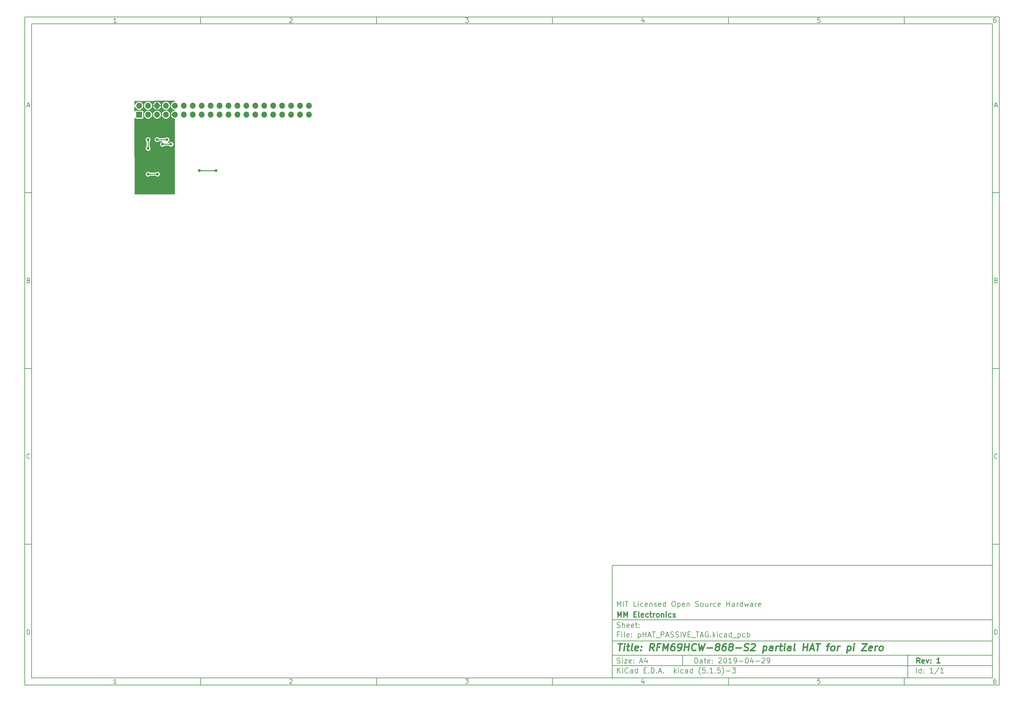
<source format=gbr>
%TF.GenerationSoftware,KiCad,Pcbnew,(5.1.5)-3*%
%TF.CreationDate,2021-10-20T10:58:06+01:00*%
%TF.ProjectId,pHAT_PASSIVE_TAG,70484154-5f50-4415-9353-4956455f5441,1*%
%TF.SameCoordinates,Original*%
%TF.FileFunction,Copper,L2,Bot*%
%TF.FilePolarity,Positive*%
%FSLAX46Y46*%
G04 Gerber Fmt 4.6, Leading zero omitted, Abs format (unit mm)*
G04 Created by KiCad (PCBNEW (5.1.5)-3) date 2021-10-20 10:58:06*
%MOMM*%
%LPD*%
G04 APERTURE LIST*
%ADD10C,0.100000*%
%ADD11C,0.150000*%
%ADD12C,0.300000*%
%ADD13C,0.400000*%
%TA.AperFunction,EtchedComponent*%
%ADD14C,0.250000*%
%TD*%
%TA.AperFunction,ComponentPad*%
%ADD15C,0.800000*%
%TD*%
%TA.AperFunction,ComponentPad*%
%ADD16O,1.700000X1.700000*%
%TD*%
%TA.AperFunction,ComponentPad*%
%ADD17R,1.700000X1.700000*%
%TD*%
%TA.AperFunction,ViaPad*%
%ADD18C,0.800000*%
%TD*%
%TA.AperFunction,Conductor*%
%ADD19C,0.250000*%
%TD*%
%TA.AperFunction,Conductor*%
%ADD20C,0.254000*%
%TD*%
%TA.AperFunction,Conductor*%
%ADD21C,0.230000*%
%TD*%
G04 APERTURE END LIST*
D10*
D11*
X177002200Y-166007200D02*
X177002200Y-198007200D01*
X285002200Y-198007200D01*
X285002200Y-166007200D01*
X177002200Y-166007200D01*
D10*
D11*
X10000000Y-10000000D02*
X10000000Y-200007200D01*
X287002200Y-200007200D01*
X287002200Y-10000000D01*
X10000000Y-10000000D01*
D10*
D11*
X12000000Y-12000000D02*
X12000000Y-198007200D01*
X285002200Y-198007200D01*
X285002200Y-12000000D01*
X12000000Y-12000000D01*
D10*
D11*
X60000000Y-12000000D02*
X60000000Y-10000000D01*
D10*
D11*
X110000000Y-12000000D02*
X110000000Y-10000000D01*
D10*
D11*
X160000000Y-12000000D02*
X160000000Y-10000000D01*
D10*
D11*
X210000000Y-12000000D02*
X210000000Y-10000000D01*
D10*
D11*
X260000000Y-12000000D02*
X260000000Y-10000000D01*
D10*
D11*
X36065476Y-11588095D02*
X35322619Y-11588095D01*
X35694047Y-11588095D02*
X35694047Y-10288095D01*
X35570238Y-10473809D01*
X35446428Y-10597619D01*
X35322619Y-10659523D01*
D10*
D11*
X85322619Y-10411904D02*
X85384523Y-10350000D01*
X85508333Y-10288095D01*
X85817857Y-10288095D01*
X85941666Y-10350000D01*
X86003571Y-10411904D01*
X86065476Y-10535714D01*
X86065476Y-10659523D01*
X86003571Y-10845238D01*
X85260714Y-11588095D01*
X86065476Y-11588095D01*
D10*
D11*
X135260714Y-10288095D02*
X136065476Y-10288095D01*
X135632142Y-10783333D01*
X135817857Y-10783333D01*
X135941666Y-10845238D01*
X136003571Y-10907142D01*
X136065476Y-11030952D01*
X136065476Y-11340476D01*
X136003571Y-11464285D01*
X135941666Y-11526190D01*
X135817857Y-11588095D01*
X135446428Y-11588095D01*
X135322619Y-11526190D01*
X135260714Y-11464285D01*
D10*
D11*
X185941666Y-10721428D02*
X185941666Y-11588095D01*
X185632142Y-10226190D02*
X185322619Y-11154761D01*
X186127380Y-11154761D01*
D10*
D11*
X236003571Y-10288095D02*
X235384523Y-10288095D01*
X235322619Y-10907142D01*
X235384523Y-10845238D01*
X235508333Y-10783333D01*
X235817857Y-10783333D01*
X235941666Y-10845238D01*
X236003571Y-10907142D01*
X236065476Y-11030952D01*
X236065476Y-11340476D01*
X236003571Y-11464285D01*
X235941666Y-11526190D01*
X235817857Y-11588095D01*
X235508333Y-11588095D01*
X235384523Y-11526190D01*
X235322619Y-11464285D01*
D10*
D11*
X285941666Y-10288095D02*
X285694047Y-10288095D01*
X285570238Y-10350000D01*
X285508333Y-10411904D01*
X285384523Y-10597619D01*
X285322619Y-10845238D01*
X285322619Y-11340476D01*
X285384523Y-11464285D01*
X285446428Y-11526190D01*
X285570238Y-11588095D01*
X285817857Y-11588095D01*
X285941666Y-11526190D01*
X286003571Y-11464285D01*
X286065476Y-11340476D01*
X286065476Y-11030952D01*
X286003571Y-10907142D01*
X285941666Y-10845238D01*
X285817857Y-10783333D01*
X285570238Y-10783333D01*
X285446428Y-10845238D01*
X285384523Y-10907142D01*
X285322619Y-11030952D01*
D10*
D11*
X60000000Y-198007200D02*
X60000000Y-200007200D01*
D10*
D11*
X110000000Y-198007200D02*
X110000000Y-200007200D01*
D10*
D11*
X160000000Y-198007200D02*
X160000000Y-200007200D01*
D10*
D11*
X210000000Y-198007200D02*
X210000000Y-200007200D01*
D10*
D11*
X260000000Y-198007200D02*
X260000000Y-200007200D01*
D10*
D11*
X36065476Y-199595295D02*
X35322619Y-199595295D01*
X35694047Y-199595295D02*
X35694047Y-198295295D01*
X35570238Y-198481009D01*
X35446428Y-198604819D01*
X35322619Y-198666723D01*
D10*
D11*
X85322619Y-198419104D02*
X85384523Y-198357200D01*
X85508333Y-198295295D01*
X85817857Y-198295295D01*
X85941666Y-198357200D01*
X86003571Y-198419104D01*
X86065476Y-198542914D01*
X86065476Y-198666723D01*
X86003571Y-198852438D01*
X85260714Y-199595295D01*
X86065476Y-199595295D01*
D10*
D11*
X135260714Y-198295295D02*
X136065476Y-198295295D01*
X135632142Y-198790533D01*
X135817857Y-198790533D01*
X135941666Y-198852438D01*
X136003571Y-198914342D01*
X136065476Y-199038152D01*
X136065476Y-199347676D01*
X136003571Y-199471485D01*
X135941666Y-199533390D01*
X135817857Y-199595295D01*
X135446428Y-199595295D01*
X135322619Y-199533390D01*
X135260714Y-199471485D01*
D10*
D11*
X185941666Y-198728628D02*
X185941666Y-199595295D01*
X185632142Y-198233390D02*
X185322619Y-199161961D01*
X186127380Y-199161961D01*
D10*
D11*
X236003571Y-198295295D02*
X235384523Y-198295295D01*
X235322619Y-198914342D01*
X235384523Y-198852438D01*
X235508333Y-198790533D01*
X235817857Y-198790533D01*
X235941666Y-198852438D01*
X236003571Y-198914342D01*
X236065476Y-199038152D01*
X236065476Y-199347676D01*
X236003571Y-199471485D01*
X235941666Y-199533390D01*
X235817857Y-199595295D01*
X235508333Y-199595295D01*
X235384523Y-199533390D01*
X235322619Y-199471485D01*
D10*
D11*
X285941666Y-198295295D02*
X285694047Y-198295295D01*
X285570238Y-198357200D01*
X285508333Y-198419104D01*
X285384523Y-198604819D01*
X285322619Y-198852438D01*
X285322619Y-199347676D01*
X285384523Y-199471485D01*
X285446428Y-199533390D01*
X285570238Y-199595295D01*
X285817857Y-199595295D01*
X285941666Y-199533390D01*
X286003571Y-199471485D01*
X286065476Y-199347676D01*
X286065476Y-199038152D01*
X286003571Y-198914342D01*
X285941666Y-198852438D01*
X285817857Y-198790533D01*
X285570238Y-198790533D01*
X285446428Y-198852438D01*
X285384523Y-198914342D01*
X285322619Y-199038152D01*
D10*
D11*
X10000000Y-60000000D02*
X12000000Y-60000000D01*
D10*
D11*
X10000000Y-110000000D02*
X12000000Y-110000000D01*
D10*
D11*
X10000000Y-160000000D02*
X12000000Y-160000000D01*
D10*
D11*
X10690476Y-35216666D02*
X11309523Y-35216666D01*
X10566666Y-35588095D02*
X11000000Y-34288095D01*
X11433333Y-35588095D01*
D10*
D11*
X11092857Y-84907142D02*
X11278571Y-84969047D01*
X11340476Y-85030952D01*
X11402380Y-85154761D01*
X11402380Y-85340476D01*
X11340476Y-85464285D01*
X11278571Y-85526190D01*
X11154761Y-85588095D01*
X10659523Y-85588095D01*
X10659523Y-84288095D01*
X11092857Y-84288095D01*
X11216666Y-84350000D01*
X11278571Y-84411904D01*
X11340476Y-84535714D01*
X11340476Y-84659523D01*
X11278571Y-84783333D01*
X11216666Y-84845238D01*
X11092857Y-84907142D01*
X10659523Y-84907142D01*
D10*
D11*
X11402380Y-135464285D02*
X11340476Y-135526190D01*
X11154761Y-135588095D01*
X11030952Y-135588095D01*
X10845238Y-135526190D01*
X10721428Y-135402380D01*
X10659523Y-135278571D01*
X10597619Y-135030952D01*
X10597619Y-134845238D01*
X10659523Y-134597619D01*
X10721428Y-134473809D01*
X10845238Y-134350000D01*
X11030952Y-134288095D01*
X11154761Y-134288095D01*
X11340476Y-134350000D01*
X11402380Y-134411904D01*
D10*
D11*
X10659523Y-185588095D02*
X10659523Y-184288095D01*
X10969047Y-184288095D01*
X11154761Y-184350000D01*
X11278571Y-184473809D01*
X11340476Y-184597619D01*
X11402380Y-184845238D01*
X11402380Y-185030952D01*
X11340476Y-185278571D01*
X11278571Y-185402380D01*
X11154761Y-185526190D01*
X10969047Y-185588095D01*
X10659523Y-185588095D01*
D10*
D11*
X287002200Y-60000000D02*
X285002200Y-60000000D01*
D10*
D11*
X287002200Y-110000000D02*
X285002200Y-110000000D01*
D10*
D11*
X287002200Y-160000000D02*
X285002200Y-160000000D01*
D10*
D11*
X285692676Y-35216666D02*
X286311723Y-35216666D01*
X285568866Y-35588095D02*
X286002200Y-34288095D01*
X286435533Y-35588095D01*
D10*
D11*
X286095057Y-84907142D02*
X286280771Y-84969047D01*
X286342676Y-85030952D01*
X286404580Y-85154761D01*
X286404580Y-85340476D01*
X286342676Y-85464285D01*
X286280771Y-85526190D01*
X286156961Y-85588095D01*
X285661723Y-85588095D01*
X285661723Y-84288095D01*
X286095057Y-84288095D01*
X286218866Y-84350000D01*
X286280771Y-84411904D01*
X286342676Y-84535714D01*
X286342676Y-84659523D01*
X286280771Y-84783333D01*
X286218866Y-84845238D01*
X286095057Y-84907142D01*
X285661723Y-84907142D01*
D10*
D11*
X286404580Y-135464285D02*
X286342676Y-135526190D01*
X286156961Y-135588095D01*
X286033152Y-135588095D01*
X285847438Y-135526190D01*
X285723628Y-135402380D01*
X285661723Y-135278571D01*
X285599819Y-135030952D01*
X285599819Y-134845238D01*
X285661723Y-134597619D01*
X285723628Y-134473809D01*
X285847438Y-134350000D01*
X286033152Y-134288095D01*
X286156961Y-134288095D01*
X286342676Y-134350000D01*
X286404580Y-134411904D01*
D10*
D11*
X285661723Y-185588095D02*
X285661723Y-184288095D01*
X285971247Y-184288095D01*
X286156961Y-184350000D01*
X286280771Y-184473809D01*
X286342676Y-184597619D01*
X286404580Y-184845238D01*
X286404580Y-185030952D01*
X286342676Y-185278571D01*
X286280771Y-185402380D01*
X286156961Y-185526190D01*
X285971247Y-185588095D01*
X285661723Y-185588095D01*
D10*
D11*
X200434342Y-193785771D02*
X200434342Y-192285771D01*
X200791485Y-192285771D01*
X201005771Y-192357200D01*
X201148628Y-192500057D01*
X201220057Y-192642914D01*
X201291485Y-192928628D01*
X201291485Y-193142914D01*
X201220057Y-193428628D01*
X201148628Y-193571485D01*
X201005771Y-193714342D01*
X200791485Y-193785771D01*
X200434342Y-193785771D01*
X202577200Y-193785771D02*
X202577200Y-193000057D01*
X202505771Y-192857200D01*
X202362914Y-192785771D01*
X202077200Y-192785771D01*
X201934342Y-192857200D01*
X202577200Y-193714342D02*
X202434342Y-193785771D01*
X202077200Y-193785771D01*
X201934342Y-193714342D01*
X201862914Y-193571485D01*
X201862914Y-193428628D01*
X201934342Y-193285771D01*
X202077200Y-193214342D01*
X202434342Y-193214342D01*
X202577200Y-193142914D01*
X203077200Y-192785771D02*
X203648628Y-192785771D01*
X203291485Y-192285771D02*
X203291485Y-193571485D01*
X203362914Y-193714342D01*
X203505771Y-193785771D01*
X203648628Y-193785771D01*
X204720057Y-193714342D02*
X204577200Y-193785771D01*
X204291485Y-193785771D01*
X204148628Y-193714342D01*
X204077200Y-193571485D01*
X204077200Y-193000057D01*
X204148628Y-192857200D01*
X204291485Y-192785771D01*
X204577200Y-192785771D01*
X204720057Y-192857200D01*
X204791485Y-193000057D01*
X204791485Y-193142914D01*
X204077200Y-193285771D01*
X205434342Y-193642914D02*
X205505771Y-193714342D01*
X205434342Y-193785771D01*
X205362914Y-193714342D01*
X205434342Y-193642914D01*
X205434342Y-193785771D01*
X205434342Y-192857200D02*
X205505771Y-192928628D01*
X205434342Y-193000057D01*
X205362914Y-192928628D01*
X205434342Y-192857200D01*
X205434342Y-193000057D01*
X207220057Y-192428628D02*
X207291485Y-192357200D01*
X207434342Y-192285771D01*
X207791485Y-192285771D01*
X207934342Y-192357200D01*
X208005771Y-192428628D01*
X208077200Y-192571485D01*
X208077200Y-192714342D01*
X208005771Y-192928628D01*
X207148628Y-193785771D01*
X208077200Y-193785771D01*
X209005771Y-192285771D02*
X209148628Y-192285771D01*
X209291485Y-192357200D01*
X209362914Y-192428628D01*
X209434342Y-192571485D01*
X209505771Y-192857200D01*
X209505771Y-193214342D01*
X209434342Y-193500057D01*
X209362914Y-193642914D01*
X209291485Y-193714342D01*
X209148628Y-193785771D01*
X209005771Y-193785771D01*
X208862914Y-193714342D01*
X208791485Y-193642914D01*
X208720057Y-193500057D01*
X208648628Y-193214342D01*
X208648628Y-192857200D01*
X208720057Y-192571485D01*
X208791485Y-192428628D01*
X208862914Y-192357200D01*
X209005771Y-192285771D01*
X210934342Y-193785771D02*
X210077200Y-193785771D01*
X210505771Y-193785771D02*
X210505771Y-192285771D01*
X210362914Y-192500057D01*
X210220057Y-192642914D01*
X210077200Y-192714342D01*
X211648628Y-193785771D02*
X211934342Y-193785771D01*
X212077200Y-193714342D01*
X212148628Y-193642914D01*
X212291485Y-193428628D01*
X212362914Y-193142914D01*
X212362914Y-192571485D01*
X212291485Y-192428628D01*
X212220057Y-192357200D01*
X212077200Y-192285771D01*
X211791485Y-192285771D01*
X211648628Y-192357200D01*
X211577200Y-192428628D01*
X211505771Y-192571485D01*
X211505771Y-192928628D01*
X211577200Y-193071485D01*
X211648628Y-193142914D01*
X211791485Y-193214342D01*
X212077200Y-193214342D01*
X212220057Y-193142914D01*
X212291485Y-193071485D01*
X212362914Y-192928628D01*
X213005771Y-193214342D02*
X214148628Y-193214342D01*
X215148628Y-192285771D02*
X215291485Y-192285771D01*
X215434342Y-192357200D01*
X215505771Y-192428628D01*
X215577200Y-192571485D01*
X215648628Y-192857200D01*
X215648628Y-193214342D01*
X215577200Y-193500057D01*
X215505771Y-193642914D01*
X215434342Y-193714342D01*
X215291485Y-193785771D01*
X215148628Y-193785771D01*
X215005771Y-193714342D01*
X214934342Y-193642914D01*
X214862914Y-193500057D01*
X214791485Y-193214342D01*
X214791485Y-192857200D01*
X214862914Y-192571485D01*
X214934342Y-192428628D01*
X215005771Y-192357200D01*
X215148628Y-192285771D01*
X216934342Y-192785771D02*
X216934342Y-193785771D01*
X216577200Y-192214342D02*
X216220057Y-193285771D01*
X217148628Y-193285771D01*
X217720057Y-193214342D02*
X218862914Y-193214342D01*
X219505771Y-192428628D02*
X219577200Y-192357200D01*
X219720057Y-192285771D01*
X220077200Y-192285771D01*
X220220057Y-192357200D01*
X220291485Y-192428628D01*
X220362914Y-192571485D01*
X220362914Y-192714342D01*
X220291485Y-192928628D01*
X219434342Y-193785771D01*
X220362914Y-193785771D01*
X221077200Y-193785771D02*
X221362914Y-193785771D01*
X221505771Y-193714342D01*
X221577200Y-193642914D01*
X221720057Y-193428628D01*
X221791485Y-193142914D01*
X221791485Y-192571485D01*
X221720057Y-192428628D01*
X221648628Y-192357200D01*
X221505771Y-192285771D01*
X221220057Y-192285771D01*
X221077200Y-192357200D01*
X221005771Y-192428628D01*
X220934342Y-192571485D01*
X220934342Y-192928628D01*
X221005771Y-193071485D01*
X221077200Y-193142914D01*
X221220057Y-193214342D01*
X221505771Y-193214342D01*
X221648628Y-193142914D01*
X221720057Y-193071485D01*
X221791485Y-192928628D01*
D10*
D11*
X177002200Y-194507200D02*
X285002200Y-194507200D01*
D10*
D11*
X178434342Y-196585771D02*
X178434342Y-195085771D01*
X179291485Y-196585771D02*
X178648628Y-195728628D01*
X179291485Y-195085771D02*
X178434342Y-195942914D01*
X179934342Y-196585771D02*
X179934342Y-195585771D01*
X179934342Y-195085771D02*
X179862914Y-195157200D01*
X179934342Y-195228628D01*
X180005771Y-195157200D01*
X179934342Y-195085771D01*
X179934342Y-195228628D01*
X181505771Y-196442914D02*
X181434342Y-196514342D01*
X181220057Y-196585771D01*
X181077200Y-196585771D01*
X180862914Y-196514342D01*
X180720057Y-196371485D01*
X180648628Y-196228628D01*
X180577200Y-195942914D01*
X180577200Y-195728628D01*
X180648628Y-195442914D01*
X180720057Y-195300057D01*
X180862914Y-195157200D01*
X181077200Y-195085771D01*
X181220057Y-195085771D01*
X181434342Y-195157200D01*
X181505771Y-195228628D01*
X182791485Y-196585771D02*
X182791485Y-195800057D01*
X182720057Y-195657200D01*
X182577200Y-195585771D01*
X182291485Y-195585771D01*
X182148628Y-195657200D01*
X182791485Y-196514342D02*
X182648628Y-196585771D01*
X182291485Y-196585771D01*
X182148628Y-196514342D01*
X182077200Y-196371485D01*
X182077200Y-196228628D01*
X182148628Y-196085771D01*
X182291485Y-196014342D01*
X182648628Y-196014342D01*
X182791485Y-195942914D01*
X184148628Y-196585771D02*
X184148628Y-195085771D01*
X184148628Y-196514342D02*
X184005771Y-196585771D01*
X183720057Y-196585771D01*
X183577200Y-196514342D01*
X183505771Y-196442914D01*
X183434342Y-196300057D01*
X183434342Y-195871485D01*
X183505771Y-195728628D01*
X183577200Y-195657200D01*
X183720057Y-195585771D01*
X184005771Y-195585771D01*
X184148628Y-195657200D01*
X186005771Y-195800057D02*
X186505771Y-195800057D01*
X186720057Y-196585771D02*
X186005771Y-196585771D01*
X186005771Y-195085771D01*
X186720057Y-195085771D01*
X187362914Y-196442914D02*
X187434342Y-196514342D01*
X187362914Y-196585771D01*
X187291485Y-196514342D01*
X187362914Y-196442914D01*
X187362914Y-196585771D01*
X188077200Y-196585771D02*
X188077200Y-195085771D01*
X188434342Y-195085771D01*
X188648628Y-195157200D01*
X188791485Y-195300057D01*
X188862914Y-195442914D01*
X188934342Y-195728628D01*
X188934342Y-195942914D01*
X188862914Y-196228628D01*
X188791485Y-196371485D01*
X188648628Y-196514342D01*
X188434342Y-196585771D01*
X188077200Y-196585771D01*
X189577200Y-196442914D02*
X189648628Y-196514342D01*
X189577200Y-196585771D01*
X189505771Y-196514342D01*
X189577200Y-196442914D01*
X189577200Y-196585771D01*
X190220057Y-196157200D02*
X190934342Y-196157200D01*
X190077200Y-196585771D02*
X190577200Y-195085771D01*
X191077200Y-196585771D01*
X191577200Y-196442914D02*
X191648628Y-196514342D01*
X191577200Y-196585771D01*
X191505771Y-196514342D01*
X191577200Y-196442914D01*
X191577200Y-196585771D01*
X194577200Y-196585771D02*
X194577200Y-195085771D01*
X194720057Y-196014342D02*
X195148628Y-196585771D01*
X195148628Y-195585771D02*
X194577200Y-196157200D01*
X195791485Y-196585771D02*
X195791485Y-195585771D01*
X195791485Y-195085771D02*
X195720057Y-195157200D01*
X195791485Y-195228628D01*
X195862914Y-195157200D01*
X195791485Y-195085771D01*
X195791485Y-195228628D01*
X197148628Y-196514342D02*
X197005771Y-196585771D01*
X196720057Y-196585771D01*
X196577200Y-196514342D01*
X196505771Y-196442914D01*
X196434342Y-196300057D01*
X196434342Y-195871485D01*
X196505771Y-195728628D01*
X196577200Y-195657200D01*
X196720057Y-195585771D01*
X197005771Y-195585771D01*
X197148628Y-195657200D01*
X198434342Y-196585771D02*
X198434342Y-195800057D01*
X198362914Y-195657200D01*
X198220057Y-195585771D01*
X197934342Y-195585771D01*
X197791485Y-195657200D01*
X198434342Y-196514342D02*
X198291485Y-196585771D01*
X197934342Y-196585771D01*
X197791485Y-196514342D01*
X197720057Y-196371485D01*
X197720057Y-196228628D01*
X197791485Y-196085771D01*
X197934342Y-196014342D01*
X198291485Y-196014342D01*
X198434342Y-195942914D01*
X199791485Y-196585771D02*
X199791485Y-195085771D01*
X199791485Y-196514342D02*
X199648628Y-196585771D01*
X199362914Y-196585771D01*
X199220057Y-196514342D01*
X199148628Y-196442914D01*
X199077200Y-196300057D01*
X199077200Y-195871485D01*
X199148628Y-195728628D01*
X199220057Y-195657200D01*
X199362914Y-195585771D01*
X199648628Y-195585771D01*
X199791485Y-195657200D01*
X202077200Y-197157200D02*
X202005771Y-197085771D01*
X201862914Y-196871485D01*
X201791485Y-196728628D01*
X201720057Y-196514342D01*
X201648628Y-196157200D01*
X201648628Y-195871485D01*
X201720057Y-195514342D01*
X201791485Y-195300057D01*
X201862914Y-195157200D01*
X202005771Y-194942914D01*
X202077200Y-194871485D01*
X203362914Y-195085771D02*
X202648628Y-195085771D01*
X202577200Y-195800057D01*
X202648628Y-195728628D01*
X202791485Y-195657200D01*
X203148628Y-195657200D01*
X203291485Y-195728628D01*
X203362914Y-195800057D01*
X203434342Y-195942914D01*
X203434342Y-196300057D01*
X203362914Y-196442914D01*
X203291485Y-196514342D01*
X203148628Y-196585771D01*
X202791485Y-196585771D01*
X202648628Y-196514342D01*
X202577200Y-196442914D01*
X204077200Y-196442914D02*
X204148628Y-196514342D01*
X204077200Y-196585771D01*
X204005771Y-196514342D01*
X204077200Y-196442914D01*
X204077200Y-196585771D01*
X205577200Y-196585771D02*
X204720057Y-196585771D01*
X205148628Y-196585771D02*
X205148628Y-195085771D01*
X205005771Y-195300057D01*
X204862914Y-195442914D01*
X204720057Y-195514342D01*
X206220057Y-196442914D02*
X206291485Y-196514342D01*
X206220057Y-196585771D01*
X206148628Y-196514342D01*
X206220057Y-196442914D01*
X206220057Y-196585771D01*
X207648628Y-195085771D02*
X206934342Y-195085771D01*
X206862914Y-195800057D01*
X206934342Y-195728628D01*
X207077200Y-195657200D01*
X207434342Y-195657200D01*
X207577200Y-195728628D01*
X207648628Y-195800057D01*
X207720057Y-195942914D01*
X207720057Y-196300057D01*
X207648628Y-196442914D01*
X207577200Y-196514342D01*
X207434342Y-196585771D01*
X207077200Y-196585771D01*
X206934342Y-196514342D01*
X206862914Y-196442914D01*
X208220057Y-197157200D02*
X208291485Y-197085771D01*
X208434342Y-196871485D01*
X208505771Y-196728628D01*
X208577200Y-196514342D01*
X208648628Y-196157200D01*
X208648628Y-195871485D01*
X208577200Y-195514342D01*
X208505771Y-195300057D01*
X208434342Y-195157200D01*
X208291485Y-194942914D01*
X208220057Y-194871485D01*
X209362914Y-196014342D02*
X210505771Y-196014342D01*
X211077200Y-195085771D02*
X212005771Y-195085771D01*
X211505771Y-195657200D01*
X211720057Y-195657200D01*
X211862914Y-195728628D01*
X211934342Y-195800057D01*
X212005771Y-195942914D01*
X212005771Y-196300057D01*
X211934342Y-196442914D01*
X211862914Y-196514342D01*
X211720057Y-196585771D01*
X211291485Y-196585771D01*
X211148628Y-196514342D01*
X211077200Y-196442914D01*
D10*
D11*
X177002200Y-191507200D02*
X285002200Y-191507200D01*
D10*
D12*
X264411485Y-193785771D02*
X263911485Y-193071485D01*
X263554342Y-193785771D02*
X263554342Y-192285771D01*
X264125771Y-192285771D01*
X264268628Y-192357200D01*
X264340057Y-192428628D01*
X264411485Y-192571485D01*
X264411485Y-192785771D01*
X264340057Y-192928628D01*
X264268628Y-193000057D01*
X264125771Y-193071485D01*
X263554342Y-193071485D01*
X265625771Y-193714342D02*
X265482914Y-193785771D01*
X265197200Y-193785771D01*
X265054342Y-193714342D01*
X264982914Y-193571485D01*
X264982914Y-193000057D01*
X265054342Y-192857200D01*
X265197200Y-192785771D01*
X265482914Y-192785771D01*
X265625771Y-192857200D01*
X265697200Y-193000057D01*
X265697200Y-193142914D01*
X264982914Y-193285771D01*
X266197200Y-192785771D02*
X266554342Y-193785771D01*
X266911485Y-192785771D01*
X267482914Y-193642914D02*
X267554342Y-193714342D01*
X267482914Y-193785771D01*
X267411485Y-193714342D01*
X267482914Y-193642914D01*
X267482914Y-193785771D01*
X267482914Y-192857200D02*
X267554342Y-192928628D01*
X267482914Y-193000057D01*
X267411485Y-192928628D01*
X267482914Y-192857200D01*
X267482914Y-193000057D01*
X270125771Y-193785771D02*
X269268628Y-193785771D01*
X269697200Y-193785771D02*
X269697200Y-192285771D01*
X269554342Y-192500057D01*
X269411485Y-192642914D01*
X269268628Y-192714342D01*
D10*
D11*
X178362914Y-193714342D02*
X178577200Y-193785771D01*
X178934342Y-193785771D01*
X179077200Y-193714342D01*
X179148628Y-193642914D01*
X179220057Y-193500057D01*
X179220057Y-193357200D01*
X179148628Y-193214342D01*
X179077200Y-193142914D01*
X178934342Y-193071485D01*
X178648628Y-193000057D01*
X178505771Y-192928628D01*
X178434342Y-192857200D01*
X178362914Y-192714342D01*
X178362914Y-192571485D01*
X178434342Y-192428628D01*
X178505771Y-192357200D01*
X178648628Y-192285771D01*
X179005771Y-192285771D01*
X179220057Y-192357200D01*
X179862914Y-193785771D02*
X179862914Y-192785771D01*
X179862914Y-192285771D02*
X179791485Y-192357200D01*
X179862914Y-192428628D01*
X179934342Y-192357200D01*
X179862914Y-192285771D01*
X179862914Y-192428628D01*
X180434342Y-192785771D02*
X181220057Y-192785771D01*
X180434342Y-193785771D01*
X181220057Y-193785771D01*
X182362914Y-193714342D02*
X182220057Y-193785771D01*
X181934342Y-193785771D01*
X181791485Y-193714342D01*
X181720057Y-193571485D01*
X181720057Y-193000057D01*
X181791485Y-192857200D01*
X181934342Y-192785771D01*
X182220057Y-192785771D01*
X182362914Y-192857200D01*
X182434342Y-193000057D01*
X182434342Y-193142914D01*
X181720057Y-193285771D01*
X183077200Y-193642914D02*
X183148628Y-193714342D01*
X183077200Y-193785771D01*
X183005771Y-193714342D01*
X183077200Y-193642914D01*
X183077200Y-193785771D01*
X183077200Y-192857200D02*
X183148628Y-192928628D01*
X183077200Y-193000057D01*
X183005771Y-192928628D01*
X183077200Y-192857200D01*
X183077200Y-193000057D01*
X184862914Y-193357200D02*
X185577200Y-193357200D01*
X184720057Y-193785771D02*
X185220057Y-192285771D01*
X185720057Y-193785771D01*
X186862914Y-192785771D02*
X186862914Y-193785771D01*
X186505771Y-192214342D02*
X186148628Y-193285771D01*
X187077200Y-193285771D01*
D10*
D11*
X263434342Y-196585771D02*
X263434342Y-195085771D01*
X264791485Y-196585771D02*
X264791485Y-195085771D01*
X264791485Y-196514342D02*
X264648628Y-196585771D01*
X264362914Y-196585771D01*
X264220057Y-196514342D01*
X264148628Y-196442914D01*
X264077200Y-196300057D01*
X264077200Y-195871485D01*
X264148628Y-195728628D01*
X264220057Y-195657200D01*
X264362914Y-195585771D01*
X264648628Y-195585771D01*
X264791485Y-195657200D01*
X265505771Y-196442914D02*
X265577200Y-196514342D01*
X265505771Y-196585771D01*
X265434342Y-196514342D01*
X265505771Y-196442914D01*
X265505771Y-196585771D01*
X265505771Y-195657200D02*
X265577200Y-195728628D01*
X265505771Y-195800057D01*
X265434342Y-195728628D01*
X265505771Y-195657200D01*
X265505771Y-195800057D01*
X268148628Y-196585771D02*
X267291485Y-196585771D01*
X267720057Y-196585771D02*
X267720057Y-195085771D01*
X267577200Y-195300057D01*
X267434342Y-195442914D01*
X267291485Y-195514342D01*
X269862914Y-195014342D02*
X268577200Y-196942914D01*
X271148628Y-196585771D02*
X270291485Y-196585771D01*
X270720057Y-196585771D02*
X270720057Y-195085771D01*
X270577200Y-195300057D01*
X270434342Y-195442914D01*
X270291485Y-195514342D01*
D10*
D11*
X177002200Y-187507200D02*
X285002200Y-187507200D01*
D10*
D13*
X178714580Y-188211961D02*
X179857438Y-188211961D01*
X179036009Y-190211961D02*
X179286009Y-188211961D01*
X180274104Y-190211961D02*
X180440771Y-188878628D01*
X180524104Y-188211961D02*
X180416961Y-188307200D01*
X180500295Y-188402438D01*
X180607438Y-188307200D01*
X180524104Y-188211961D01*
X180500295Y-188402438D01*
X181107438Y-188878628D02*
X181869342Y-188878628D01*
X181476485Y-188211961D02*
X181262200Y-189926247D01*
X181333628Y-190116723D01*
X181512200Y-190211961D01*
X181702676Y-190211961D01*
X182655057Y-190211961D02*
X182476485Y-190116723D01*
X182405057Y-189926247D01*
X182619342Y-188211961D01*
X184190771Y-190116723D02*
X183988390Y-190211961D01*
X183607438Y-190211961D01*
X183428866Y-190116723D01*
X183357438Y-189926247D01*
X183452676Y-189164342D01*
X183571723Y-188973866D01*
X183774104Y-188878628D01*
X184155057Y-188878628D01*
X184333628Y-188973866D01*
X184405057Y-189164342D01*
X184381247Y-189354819D01*
X183405057Y-189545295D01*
X185155057Y-190021485D02*
X185238390Y-190116723D01*
X185131247Y-190211961D01*
X185047914Y-190116723D01*
X185155057Y-190021485D01*
X185131247Y-190211961D01*
X185286009Y-188973866D02*
X185369342Y-189069104D01*
X185262200Y-189164342D01*
X185178866Y-189069104D01*
X185286009Y-188973866D01*
X185262200Y-189164342D01*
X188750295Y-190211961D02*
X188202676Y-189259580D01*
X187607438Y-190211961D02*
X187857438Y-188211961D01*
X188619342Y-188211961D01*
X188797914Y-188307200D01*
X188881247Y-188402438D01*
X188952676Y-188592914D01*
X188916961Y-188878628D01*
X188797914Y-189069104D01*
X188690771Y-189164342D01*
X188488390Y-189259580D01*
X187726485Y-189259580D01*
X190405057Y-189164342D02*
X189738390Y-189164342D01*
X189607438Y-190211961D02*
X189857438Y-188211961D01*
X190809819Y-188211961D01*
X191321723Y-190211961D02*
X191571723Y-188211961D01*
X192059819Y-189640533D01*
X192905057Y-188211961D01*
X192655057Y-190211961D01*
X194714580Y-188211961D02*
X194333628Y-188211961D01*
X194131247Y-188307200D01*
X194024104Y-188402438D01*
X193797914Y-188688152D01*
X193655057Y-189069104D01*
X193559819Y-189831009D01*
X193631247Y-190021485D01*
X193714580Y-190116723D01*
X193893152Y-190211961D01*
X194274104Y-190211961D01*
X194476485Y-190116723D01*
X194583628Y-190021485D01*
X194702676Y-189831009D01*
X194762200Y-189354819D01*
X194690771Y-189164342D01*
X194607438Y-189069104D01*
X194428866Y-188973866D01*
X194047914Y-188973866D01*
X193845533Y-189069104D01*
X193738390Y-189164342D01*
X193619342Y-189354819D01*
X195607438Y-190211961D02*
X195988390Y-190211961D01*
X196190771Y-190116723D01*
X196297914Y-190021485D01*
X196524104Y-189735771D01*
X196666961Y-189354819D01*
X196762200Y-188592914D01*
X196690771Y-188402438D01*
X196607438Y-188307200D01*
X196428866Y-188211961D01*
X196047914Y-188211961D01*
X195845533Y-188307200D01*
X195738390Y-188402438D01*
X195619342Y-188592914D01*
X195559819Y-189069104D01*
X195631247Y-189259580D01*
X195714580Y-189354819D01*
X195893152Y-189450057D01*
X196274104Y-189450057D01*
X196476485Y-189354819D01*
X196583628Y-189259580D01*
X196702676Y-189069104D01*
X197416961Y-190211961D02*
X197666961Y-188211961D01*
X197547914Y-189164342D02*
X198690771Y-189164342D01*
X198559819Y-190211961D02*
X198809819Y-188211961D01*
X200678866Y-190021485D02*
X200571723Y-190116723D01*
X200274104Y-190211961D01*
X200083628Y-190211961D01*
X199809819Y-190116723D01*
X199643152Y-189926247D01*
X199571723Y-189735771D01*
X199524104Y-189354819D01*
X199559819Y-189069104D01*
X199702676Y-188688152D01*
X199821723Y-188497676D01*
X200036009Y-188307200D01*
X200333628Y-188211961D01*
X200524104Y-188211961D01*
X200797914Y-188307200D01*
X200881247Y-188402438D01*
X201571723Y-188211961D02*
X201797914Y-190211961D01*
X202357438Y-188783390D01*
X202559819Y-190211961D01*
X203286009Y-188211961D01*
X203893152Y-189450057D02*
X205416961Y-189450057D01*
X206702676Y-189069104D02*
X206524104Y-188973866D01*
X206440771Y-188878628D01*
X206369342Y-188688152D01*
X206381247Y-188592914D01*
X206500295Y-188402438D01*
X206607438Y-188307200D01*
X206809819Y-188211961D01*
X207190771Y-188211961D01*
X207369342Y-188307200D01*
X207452676Y-188402438D01*
X207524104Y-188592914D01*
X207512200Y-188688152D01*
X207393152Y-188878628D01*
X207286009Y-188973866D01*
X207083628Y-189069104D01*
X206702676Y-189069104D01*
X206500295Y-189164342D01*
X206393152Y-189259580D01*
X206274104Y-189450057D01*
X206226485Y-189831009D01*
X206297914Y-190021485D01*
X206381247Y-190116723D01*
X206559819Y-190211961D01*
X206940771Y-190211961D01*
X207143152Y-190116723D01*
X207250295Y-190021485D01*
X207369342Y-189831009D01*
X207416961Y-189450057D01*
X207345533Y-189259580D01*
X207262200Y-189164342D01*
X207083628Y-189069104D01*
X209286009Y-188211961D02*
X208905057Y-188211961D01*
X208702676Y-188307200D01*
X208595533Y-188402438D01*
X208369342Y-188688152D01*
X208226485Y-189069104D01*
X208131247Y-189831009D01*
X208202676Y-190021485D01*
X208286009Y-190116723D01*
X208464580Y-190211961D01*
X208845533Y-190211961D01*
X209047914Y-190116723D01*
X209155057Y-190021485D01*
X209274104Y-189831009D01*
X209333628Y-189354819D01*
X209262200Y-189164342D01*
X209178866Y-189069104D01*
X209000295Y-188973866D01*
X208619342Y-188973866D01*
X208416961Y-189069104D01*
X208309819Y-189164342D01*
X208190771Y-189354819D01*
X210512200Y-189069104D02*
X210333628Y-188973866D01*
X210250295Y-188878628D01*
X210178866Y-188688152D01*
X210190771Y-188592914D01*
X210309819Y-188402438D01*
X210416961Y-188307200D01*
X210619342Y-188211961D01*
X211000295Y-188211961D01*
X211178866Y-188307200D01*
X211262200Y-188402438D01*
X211333628Y-188592914D01*
X211321723Y-188688152D01*
X211202676Y-188878628D01*
X211095533Y-188973866D01*
X210893152Y-189069104D01*
X210512200Y-189069104D01*
X210309819Y-189164342D01*
X210202676Y-189259580D01*
X210083628Y-189450057D01*
X210036009Y-189831009D01*
X210107438Y-190021485D01*
X210190771Y-190116723D01*
X210369342Y-190211961D01*
X210750295Y-190211961D01*
X210952676Y-190116723D01*
X211059819Y-190021485D01*
X211178866Y-189831009D01*
X211226485Y-189450057D01*
X211155057Y-189259580D01*
X211071723Y-189164342D01*
X210893152Y-189069104D01*
X212083628Y-189450057D02*
X213607438Y-189450057D01*
X214381247Y-190116723D02*
X214655057Y-190211961D01*
X215131247Y-190211961D01*
X215333628Y-190116723D01*
X215440771Y-190021485D01*
X215559819Y-189831009D01*
X215583628Y-189640533D01*
X215512200Y-189450057D01*
X215428866Y-189354819D01*
X215250295Y-189259580D01*
X214881247Y-189164342D01*
X214702676Y-189069104D01*
X214619342Y-188973866D01*
X214547914Y-188783390D01*
X214571723Y-188592914D01*
X214690771Y-188402438D01*
X214797914Y-188307200D01*
X215000295Y-188211961D01*
X215476485Y-188211961D01*
X215750295Y-188307200D01*
X216500295Y-188402438D02*
X216607438Y-188307200D01*
X216809819Y-188211961D01*
X217286009Y-188211961D01*
X217464580Y-188307200D01*
X217547914Y-188402438D01*
X217619342Y-188592914D01*
X217595533Y-188783390D01*
X217464580Y-189069104D01*
X216178866Y-190211961D01*
X217416961Y-190211961D01*
X219964580Y-188878628D02*
X219714580Y-190878628D01*
X219952676Y-188973866D02*
X220155057Y-188878628D01*
X220536009Y-188878628D01*
X220714580Y-188973866D01*
X220797914Y-189069104D01*
X220869342Y-189259580D01*
X220797914Y-189831009D01*
X220678866Y-190021485D01*
X220571723Y-190116723D01*
X220369342Y-190211961D01*
X219988390Y-190211961D01*
X219809819Y-190116723D01*
X222464580Y-190211961D02*
X222595533Y-189164342D01*
X222524104Y-188973866D01*
X222345533Y-188878628D01*
X221964580Y-188878628D01*
X221762200Y-188973866D01*
X222476485Y-190116723D02*
X222274104Y-190211961D01*
X221797914Y-190211961D01*
X221619342Y-190116723D01*
X221547914Y-189926247D01*
X221571723Y-189735771D01*
X221690771Y-189545295D01*
X221893152Y-189450057D01*
X222369342Y-189450057D01*
X222571723Y-189354819D01*
X223416961Y-190211961D02*
X223583628Y-188878628D01*
X223536009Y-189259580D02*
X223655057Y-189069104D01*
X223762199Y-188973866D01*
X223964580Y-188878628D01*
X224155057Y-188878628D01*
X224536009Y-188878628D02*
X225297914Y-188878628D01*
X224905057Y-188211961D02*
X224690771Y-189926247D01*
X224762200Y-190116723D01*
X224940771Y-190211961D01*
X225131247Y-190211961D01*
X225797914Y-190211961D02*
X225964580Y-188878628D01*
X226047914Y-188211961D02*
X225940771Y-188307200D01*
X226024104Y-188402438D01*
X226131247Y-188307200D01*
X226047914Y-188211961D01*
X226024104Y-188402438D01*
X227607438Y-190211961D02*
X227738390Y-189164342D01*
X227666961Y-188973866D01*
X227488390Y-188878628D01*
X227107438Y-188878628D01*
X226905057Y-188973866D01*
X227619342Y-190116723D02*
X227416961Y-190211961D01*
X226940771Y-190211961D01*
X226762200Y-190116723D01*
X226690771Y-189926247D01*
X226714580Y-189735771D01*
X226833628Y-189545295D01*
X227036009Y-189450057D01*
X227512200Y-189450057D01*
X227714580Y-189354819D01*
X228845533Y-190211961D02*
X228666961Y-190116723D01*
X228595533Y-189926247D01*
X228809819Y-188211961D01*
X231131247Y-190211961D02*
X231381247Y-188211961D01*
X231262199Y-189164342D02*
X232405057Y-189164342D01*
X232274104Y-190211961D02*
X232524104Y-188211961D01*
X233202676Y-189640533D02*
X234155057Y-189640533D01*
X232940771Y-190211961D02*
X233857438Y-188211961D01*
X234274104Y-190211961D01*
X234905057Y-188211961D02*
X236047914Y-188211961D01*
X235226485Y-190211961D02*
X235476485Y-188211961D01*
X237869342Y-188878628D02*
X238631247Y-188878628D01*
X237988390Y-190211961D02*
X238202676Y-188497676D01*
X238321723Y-188307200D01*
X238524104Y-188211961D01*
X238714580Y-188211961D01*
X239416961Y-190211961D02*
X239238390Y-190116723D01*
X239155057Y-190021485D01*
X239083628Y-189831009D01*
X239155057Y-189259580D01*
X239274104Y-189069104D01*
X239381247Y-188973866D01*
X239583628Y-188878628D01*
X239869342Y-188878628D01*
X240047914Y-188973866D01*
X240131247Y-189069104D01*
X240202676Y-189259580D01*
X240131247Y-189831009D01*
X240012199Y-190021485D01*
X239905057Y-190116723D01*
X239702676Y-190211961D01*
X239416961Y-190211961D01*
X240940771Y-190211961D02*
X241107438Y-188878628D01*
X241059819Y-189259580D02*
X241178866Y-189069104D01*
X241286009Y-188973866D01*
X241488390Y-188878628D01*
X241678866Y-188878628D01*
X243869342Y-188878628D02*
X243619342Y-190878628D01*
X243857438Y-188973866D02*
X244059819Y-188878628D01*
X244440771Y-188878628D01*
X244619342Y-188973866D01*
X244702676Y-189069104D01*
X244774104Y-189259580D01*
X244702676Y-189831009D01*
X244583628Y-190021485D01*
X244476485Y-190116723D01*
X244274104Y-190211961D01*
X243893152Y-190211961D01*
X243714580Y-190116723D01*
X245512199Y-190211961D02*
X245678866Y-188878628D01*
X245762199Y-188211961D02*
X245655057Y-188307200D01*
X245738390Y-188402438D01*
X245845533Y-188307200D01*
X245762199Y-188211961D01*
X245738390Y-188402438D01*
X248047914Y-188211961D02*
X249381247Y-188211961D01*
X247797914Y-190211961D01*
X249131247Y-190211961D01*
X250666961Y-190116723D02*
X250464580Y-190211961D01*
X250083628Y-190211961D01*
X249905057Y-190116723D01*
X249833628Y-189926247D01*
X249928866Y-189164342D01*
X250047914Y-188973866D01*
X250250295Y-188878628D01*
X250631247Y-188878628D01*
X250809819Y-188973866D01*
X250881247Y-189164342D01*
X250857438Y-189354819D01*
X249881247Y-189545295D01*
X251607438Y-190211961D02*
X251774104Y-188878628D01*
X251726485Y-189259580D02*
X251845533Y-189069104D01*
X251952676Y-188973866D01*
X252155057Y-188878628D01*
X252345533Y-188878628D01*
X253131247Y-190211961D02*
X252952676Y-190116723D01*
X252869342Y-190021485D01*
X252797914Y-189831009D01*
X252869342Y-189259580D01*
X252988390Y-189069104D01*
X253095533Y-188973866D01*
X253297914Y-188878628D01*
X253583628Y-188878628D01*
X253762200Y-188973866D01*
X253845533Y-189069104D01*
X253916961Y-189259580D01*
X253845533Y-189831009D01*
X253726485Y-190021485D01*
X253619342Y-190116723D01*
X253416961Y-190211961D01*
X253131247Y-190211961D01*
D10*
D11*
X178934342Y-185600057D02*
X178434342Y-185600057D01*
X178434342Y-186385771D02*
X178434342Y-184885771D01*
X179148628Y-184885771D01*
X179720057Y-186385771D02*
X179720057Y-185385771D01*
X179720057Y-184885771D02*
X179648628Y-184957200D01*
X179720057Y-185028628D01*
X179791485Y-184957200D01*
X179720057Y-184885771D01*
X179720057Y-185028628D01*
X180648628Y-186385771D02*
X180505771Y-186314342D01*
X180434342Y-186171485D01*
X180434342Y-184885771D01*
X181791485Y-186314342D02*
X181648628Y-186385771D01*
X181362914Y-186385771D01*
X181220057Y-186314342D01*
X181148628Y-186171485D01*
X181148628Y-185600057D01*
X181220057Y-185457200D01*
X181362914Y-185385771D01*
X181648628Y-185385771D01*
X181791485Y-185457200D01*
X181862914Y-185600057D01*
X181862914Y-185742914D01*
X181148628Y-185885771D01*
X182505771Y-186242914D02*
X182577200Y-186314342D01*
X182505771Y-186385771D01*
X182434342Y-186314342D01*
X182505771Y-186242914D01*
X182505771Y-186385771D01*
X182505771Y-185457200D02*
X182577200Y-185528628D01*
X182505771Y-185600057D01*
X182434342Y-185528628D01*
X182505771Y-185457200D01*
X182505771Y-185600057D01*
X184362914Y-185385771D02*
X184362914Y-186885771D01*
X184362914Y-185457200D02*
X184505771Y-185385771D01*
X184791485Y-185385771D01*
X184934342Y-185457200D01*
X185005771Y-185528628D01*
X185077200Y-185671485D01*
X185077200Y-186100057D01*
X185005771Y-186242914D01*
X184934342Y-186314342D01*
X184791485Y-186385771D01*
X184505771Y-186385771D01*
X184362914Y-186314342D01*
X185720057Y-186385771D02*
X185720057Y-184885771D01*
X185720057Y-185600057D02*
X186577200Y-185600057D01*
X186577200Y-186385771D02*
X186577200Y-184885771D01*
X187220057Y-185957200D02*
X187934342Y-185957200D01*
X187077200Y-186385771D02*
X187577200Y-184885771D01*
X188077200Y-186385771D01*
X188362914Y-184885771D02*
X189220057Y-184885771D01*
X188791485Y-186385771D02*
X188791485Y-184885771D01*
X189362914Y-186528628D02*
X190505771Y-186528628D01*
X190862914Y-186385771D02*
X190862914Y-184885771D01*
X191434342Y-184885771D01*
X191577200Y-184957200D01*
X191648628Y-185028628D01*
X191720057Y-185171485D01*
X191720057Y-185385771D01*
X191648628Y-185528628D01*
X191577200Y-185600057D01*
X191434342Y-185671485D01*
X190862914Y-185671485D01*
X192291485Y-185957200D02*
X193005771Y-185957200D01*
X192148628Y-186385771D02*
X192648628Y-184885771D01*
X193148628Y-186385771D01*
X193577200Y-186314342D02*
X193791485Y-186385771D01*
X194148628Y-186385771D01*
X194291485Y-186314342D01*
X194362914Y-186242914D01*
X194434342Y-186100057D01*
X194434342Y-185957200D01*
X194362914Y-185814342D01*
X194291485Y-185742914D01*
X194148628Y-185671485D01*
X193862914Y-185600057D01*
X193720057Y-185528628D01*
X193648628Y-185457200D01*
X193577200Y-185314342D01*
X193577200Y-185171485D01*
X193648628Y-185028628D01*
X193720057Y-184957200D01*
X193862914Y-184885771D01*
X194220057Y-184885771D01*
X194434342Y-184957200D01*
X195005771Y-186314342D02*
X195220057Y-186385771D01*
X195577200Y-186385771D01*
X195720057Y-186314342D01*
X195791485Y-186242914D01*
X195862914Y-186100057D01*
X195862914Y-185957200D01*
X195791485Y-185814342D01*
X195720057Y-185742914D01*
X195577200Y-185671485D01*
X195291485Y-185600057D01*
X195148628Y-185528628D01*
X195077200Y-185457200D01*
X195005771Y-185314342D01*
X195005771Y-185171485D01*
X195077200Y-185028628D01*
X195148628Y-184957200D01*
X195291485Y-184885771D01*
X195648628Y-184885771D01*
X195862914Y-184957200D01*
X196505771Y-186385771D02*
X196505771Y-184885771D01*
X197005771Y-184885771D02*
X197505771Y-186385771D01*
X198005771Y-184885771D01*
X198505771Y-185600057D02*
X199005771Y-185600057D01*
X199220057Y-186385771D02*
X198505771Y-186385771D01*
X198505771Y-184885771D01*
X199220057Y-184885771D01*
X199505771Y-186528628D02*
X200648628Y-186528628D01*
X200791485Y-184885771D02*
X201648628Y-184885771D01*
X201220057Y-186385771D02*
X201220057Y-184885771D01*
X202077200Y-185957200D02*
X202791485Y-185957200D01*
X201934342Y-186385771D02*
X202434342Y-184885771D01*
X202934342Y-186385771D01*
X204220057Y-184957200D02*
X204077200Y-184885771D01*
X203862914Y-184885771D01*
X203648628Y-184957200D01*
X203505771Y-185100057D01*
X203434342Y-185242914D01*
X203362914Y-185528628D01*
X203362914Y-185742914D01*
X203434342Y-186028628D01*
X203505771Y-186171485D01*
X203648628Y-186314342D01*
X203862914Y-186385771D01*
X204005771Y-186385771D01*
X204220057Y-186314342D01*
X204291485Y-186242914D01*
X204291485Y-185742914D01*
X204005771Y-185742914D01*
X204934342Y-186242914D02*
X205005771Y-186314342D01*
X204934342Y-186385771D01*
X204862914Y-186314342D01*
X204934342Y-186242914D01*
X204934342Y-186385771D01*
X205648628Y-186385771D02*
X205648628Y-184885771D01*
X205791485Y-185814342D02*
X206220057Y-186385771D01*
X206220057Y-185385771D02*
X205648628Y-185957200D01*
X206862914Y-186385771D02*
X206862914Y-185385771D01*
X206862914Y-184885771D02*
X206791485Y-184957200D01*
X206862914Y-185028628D01*
X206934342Y-184957200D01*
X206862914Y-184885771D01*
X206862914Y-185028628D01*
X208220057Y-186314342D02*
X208077200Y-186385771D01*
X207791485Y-186385771D01*
X207648628Y-186314342D01*
X207577200Y-186242914D01*
X207505771Y-186100057D01*
X207505771Y-185671485D01*
X207577200Y-185528628D01*
X207648628Y-185457200D01*
X207791485Y-185385771D01*
X208077200Y-185385771D01*
X208220057Y-185457200D01*
X209505771Y-186385771D02*
X209505771Y-185600057D01*
X209434342Y-185457200D01*
X209291485Y-185385771D01*
X209005771Y-185385771D01*
X208862914Y-185457200D01*
X209505771Y-186314342D02*
X209362914Y-186385771D01*
X209005771Y-186385771D01*
X208862914Y-186314342D01*
X208791485Y-186171485D01*
X208791485Y-186028628D01*
X208862914Y-185885771D01*
X209005771Y-185814342D01*
X209362914Y-185814342D01*
X209505771Y-185742914D01*
X210862914Y-186385771D02*
X210862914Y-184885771D01*
X210862914Y-186314342D02*
X210720057Y-186385771D01*
X210434342Y-186385771D01*
X210291485Y-186314342D01*
X210220057Y-186242914D01*
X210148628Y-186100057D01*
X210148628Y-185671485D01*
X210220057Y-185528628D01*
X210291485Y-185457200D01*
X210434342Y-185385771D01*
X210720057Y-185385771D01*
X210862914Y-185457200D01*
X211220057Y-186528628D02*
X212362914Y-186528628D01*
X212720057Y-185385771D02*
X212720057Y-186885771D01*
X212720057Y-185457200D02*
X212862914Y-185385771D01*
X213148628Y-185385771D01*
X213291485Y-185457200D01*
X213362914Y-185528628D01*
X213434342Y-185671485D01*
X213434342Y-186100057D01*
X213362914Y-186242914D01*
X213291485Y-186314342D01*
X213148628Y-186385771D01*
X212862914Y-186385771D01*
X212720057Y-186314342D01*
X214720057Y-186314342D02*
X214577200Y-186385771D01*
X214291485Y-186385771D01*
X214148628Y-186314342D01*
X214077200Y-186242914D01*
X214005771Y-186100057D01*
X214005771Y-185671485D01*
X214077200Y-185528628D01*
X214148628Y-185457200D01*
X214291485Y-185385771D01*
X214577200Y-185385771D01*
X214720057Y-185457200D01*
X215362914Y-186385771D02*
X215362914Y-184885771D01*
X215362914Y-185457200D02*
X215505771Y-185385771D01*
X215791485Y-185385771D01*
X215934342Y-185457200D01*
X216005771Y-185528628D01*
X216077200Y-185671485D01*
X216077200Y-186100057D01*
X216005771Y-186242914D01*
X215934342Y-186314342D01*
X215791485Y-186385771D01*
X215505771Y-186385771D01*
X215362914Y-186314342D01*
D10*
D11*
X177002200Y-181507200D02*
X285002200Y-181507200D01*
D10*
D11*
X178362914Y-183614342D02*
X178577200Y-183685771D01*
X178934342Y-183685771D01*
X179077200Y-183614342D01*
X179148628Y-183542914D01*
X179220057Y-183400057D01*
X179220057Y-183257200D01*
X179148628Y-183114342D01*
X179077200Y-183042914D01*
X178934342Y-182971485D01*
X178648628Y-182900057D01*
X178505771Y-182828628D01*
X178434342Y-182757200D01*
X178362914Y-182614342D01*
X178362914Y-182471485D01*
X178434342Y-182328628D01*
X178505771Y-182257200D01*
X178648628Y-182185771D01*
X179005771Y-182185771D01*
X179220057Y-182257200D01*
X179862914Y-183685771D02*
X179862914Y-182185771D01*
X180505771Y-183685771D02*
X180505771Y-182900057D01*
X180434342Y-182757200D01*
X180291485Y-182685771D01*
X180077200Y-182685771D01*
X179934342Y-182757200D01*
X179862914Y-182828628D01*
X181791485Y-183614342D02*
X181648628Y-183685771D01*
X181362914Y-183685771D01*
X181220057Y-183614342D01*
X181148628Y-183471485D01*
X181148628Y-182900057D01*
X181220057Y-182757200D01*
X181362914Y-182685771D01*
X181648628Y-182685771D01*
X181791485Y-182757200D01*
X181862914Y-182900057D01*
X181862914Y-183042914D01*
X181148628Y-183185771D01*
X183077200Y-183614342D02*
X182934342Y-183685771D01*
X182648628Y-183685771D01*
X182505771Y-183614342D01*
X182434342Y-183471485D01*
X182434342Y-182900057D01*
X182505771Y-182757200D01*
X182648628Y-182685771D01*
X182934342Y-182685771D01*
X183077200Y-182757200D01*
X183148628Y-182900057D01*
X183148628Y-183042914D01*
X182434342Y-183185771D01*
X183577200Y-182685771D02*
X184148628Y-182685771D01*
X183791485Y-182185771D02*
X183791485Y-183471485D01*
X183862914Y-183614342D01*
X184005771Y-183685771D01*
X184148628Y-183685771D01*
X184648628Y-183542914D02*
X184720057Y-183614342D01*
X184648628Y-183685771D01*
X184577200Y-183614342D01*
X184648628Y-183542914D01*
X184648628Y-183685771D01*
X184648628Y-182757200D02*
X184720057Y-182828628D01*
X184648628Y-182900057D01*
X184577200Y-182828628D01*
X184648628Y-182757200D01*
X184648628Y-182900057D01*
D10*
D12*
X178554342Y-180685771D02*
X178554342Y-179185771D01*
X179054342Y-180257200D01*
X179554342Y-179185771D01*
X179554342Y-180685771D01*
X180268628Y-180685771D02*
X180268628Y-179185771D01*
X180768628Y-180257200D01*
X181268628Y-179185771D01*
X181268628Y-180685771D01*
X183125771Y-179900057D02*
X183625771Y-179900057D01*
X183840057Y-180685771D02*
X183125771Y-180685771D01*
X183125771Y-179185771D01*
X183840057Y-179185771D01*
X184697200Y-180685771D02*
X184554342Y-180614342D01*
X184482914Y-180471485D01*
X184482914Y-179185771D01*
X185840057Y-180614342D02*
X185697200Y-180685771D01*
X185411485Y-180685771D01*
X185268628Y-180614342D01*
X185197200Y-180471485D01*
X185197200Y-179900057D01*
X185268628Y-179757200D01*
X185411485Y-179685771D01*
X185697200Y-179685771D01*
X185840057Y-179757200D01*
X185911485Y-179900057D01*
X185911485Y-180042914D01*
X185197200Y-180185771D01*
X187197200Y-180614342D02*
X187054342Y-180685771D01*
X186768628Y-180685771D01*
X186625771Y-180614342D01*
X186554342Y-180542914D01*
X186482914Y-180400057D01*
X186482914Y-179971485D01*
X186554342Y-179828628D01*
X186625771Y-179757200D01*
X186768628Y-179685771D01*
X187054342Y-179685771D01*
X187197200Y-179757200D01*
X187625771Y-179685771D02*
X188197200Y-179685771D01*
X187840057Y-179185771D02*
X187840057Y-180471485D01*
X187911485Y-180614342D01*
X188054342Y-180685771D01*
X188197200Y-180685771D01*
X188697200Y-180685771D02*
X188697200Y-179685771D01*
X188697200Y-179971485D02*
X188768628Y-179828628D01*
X188840057Y-179757200D01*
X188982914Y-179685771D01*
X189125771Y-179685771D01*
X189840057Y-180685771D02*
X189697200Y-180614342D01*
X189625771Y-180542914D01*
X189554342Y-180400057D01*
X189554342Y-179971485D01*
X189625771Y-179828628D01*
X189697200Y-179757200D01*
X189840057Y-179685771D01*
X190054342Y-179685771D01*
X190197200Y-179757200D01*
X190268628Y-179828628D01*
X190340057Y-179971485D01*
X190340057Y-180400057D01*
X190268628Y-180542914D01*
X190197200Y-180614342D01*
X190054342Y-180685771D01*
X189840057Y-180685771D01*
X190982914Y-179685771D02*
X190982914Y-180685771D01*
X190982914Y-179828628D02*
X191054342Y-179757200D01*
X191197200Y-179685771D01*
X191411485Y-179685771D01*
X191554342Y-179757200D01*
X191625771Y-179900057D01*
X191625771Y-180685771D01*
X192340057Y-180685771D02*
X192340057Y-179685771D01*
X192340057Y-179185771D02*
X192268628Y-179257200D01*
X192340057Y-179328628D01*
X192411485Y-179257200D01*
X192340057Y-179185771D01*
X192340057Y-179328628D01*
X193697200Y-180614342D02*
X193554342Y-180685771D01*
X193268628Y-180685771D01*
X193125771Y-180614342D01*
X193054342Y-180542914D01*
X192982914Y-180400057D01*
X192982914Y-179971485D01*
X193054342Y-179828628D01*
X193125771Y-179757200D01*
X193268628Y-179685771D01*
X193554342Y-179685771D01*
X193697200Y-179757200D01*
X194268628Y-180614342D02*
X194411485Y-180685771D01*
X194697200Y-180685771D01*
X194840057Y-180614342D01*
X194911485Y-180471485D01*
X194911485Y-180400057D01*
X194840057Y-180257200D01*
X194697200Y-180185771D01*
X194482914Y-180185771D01*
X194340057Y-180114342D01*
X194268628Y-179971485D01*
X194268628Y-179900057D01*
X194340057Y-179757200D01*
X194482914Y-179685771D01*
X194697200Y-179685771D01*
X194840057Y-179757200D01*
D10*
D11*
X178434342Y-177685771D02*
X178434342Y-176185771D01*
X178934342Y-177257200D01*
X179434342Y-176185771D01*
X179434342Y-177685771D01*
X180148628Y-177685771D02*
X180148628Y-176185771D01*
X180648628Y-176185771D02*
X181505771Y-176185771D01*
X181077200Y-177685771D02*
X181077200Y-176185771D01*
X183862914Y-177685771D02*
X183148628Y-177685771D01*
X183148628Y-176185771D01*
X184362914Y-177685771D02*
X184362914Y-176685771D01*
X184362914Y-176185771D02*
X184291485Y-176257200D01*
X184362914Y-176328628D01*
X184434342Y-176257200D01*
X184362914Y-176185771D01*
X184362914Y-176328628D01*
X185720057Y-177614342D02*
X185577200Y-177685771D01*
X185291485Y-177685771D01*
X185148628Y-177614342D01*
X185077200Y-177542914D01*
X185005771Y-177400057D01*
X185005771Y-176971485D01*
X185077200Y-176828628D01*
X185148628Y-176757200D01*
X185291485Y-176685771D01*
X185577200Y-176685771D01*
X185720057Y-176757200D01*
X186934342Y-177614342D02*
X186791485Y-177685771D01*
X186505771Y-177685771D01*
X186362914Y-177614342D01*
X186291485Y-177471485D01*
X186291485Y-176900057D01*
X186362914Y-176757200D01*
X186505771Y-176685771D01*
X186791485Y-176685771D01*
X186934342Y-176757200D01*
X187005771Y-176900057D01*
X187005771Y-177042914D01*
X186291485Y-177185771D01*
X187648628Y-176685771D02*
X187648628Y-177685771D01*
X187648628Y-176828628D02*
X187720057Y-176757200D01*
X187862914Y-176685771D01*
X188077200Y-176685771D01*
X188220057Y-176757200D01*
X188291485Y-176900057D01*
X188291485Y-177685771D01*
X188934342Y-177614342D02*
X189077200Y-177685771D01*
X189362914Y-177685771D01*
X189505771Y-177614342D01*
X189577200Y-177471485D01*
X189577200Y-177400057D01*
X189505771Y-177257200D01*
X189362914Y-177185771D01*
X189148628Y-177185771D01*
X189005771Y-177114342D01*
X188934342Y-176971485D01*
X188934342Y-176900057D01*
X189005771Y-176757200D01*
X189148628Y-176685771D01*
X189362914Y-176685771D01*
X189505771Y-176757200D01*
X190791485Y-177614342D02*
X190648628Y-177685771D01*
X190362914Y-177685771D01*
X190220057Y-177614342D01*
X190148628Y-177471485D01*
X190148628Y-176900057D01*
X190220057Y-176757200D01*
X190362914Y-176685771D01*
X190648628Y-176685771D01*
X190791485Y-176757200D01*
X190862914Y-176900057D01*
X190862914Y-177042914D01*
X190148628Y-177185771D01*
X192148628Y-177685771D02*
X192148628Y-176185771D01*
X192148628Y-177614342D02*
X192005771Y-177685771D01*
X191720057Y-177685771D01*
X191577200Y-177614342D01*
X191505771Y-177542914D01*
X191434342Y-177400057D01*
X191434342Y-176971485D01*
X191505771Y-176828628D01*
X191577200Y-176757200D01*
X191720057Y-176685771D01*
X192005771Y-176685771D01*
X192148628Y-176757200D01*
X194291485Y-176185771D02*
X194577200Y-176185771D01*
X194720057Y-176257200D01*
X194862914Y-176400057D01*
X194934342Y-176685771D01*
X194934342Y-177185771D01*
X194862914Y-177471485D01*
X194720057Y-177614342D01*
X194577200Y-177685771D01*
X194291485Y-177685771D01*
X194148628Y-177614342D01*
X194005771Y-177471485D01*
X193934342Y-177185771D01*
X193934342Y-176685771D01*
X194005771Y-176400057D01*
X194148628Y-176257200D01*
X194291485Y-176185771D01*
X195577200Y-176685771D02*
X195577200Y-178185771D01*
X195577200Y-176757200D02*
X195720057Y-176685771D01*
X196005771Y-176685771D01*
X196148628Y-176757200D01*
X196220057Y-176828628D01*
X196291485Y-176971485D01*
X196291485Y-177400057D01*
X196220057Y-177542914D01*
X196148628Y-177614342D01*
X196005771Y-177685771D01*
X195720057Y-177685771D01*
X195577200Y-177614342D01*
X197505771Y-177614342D02*
X197362914Y-177685771D01*
X197077200Y-177685771D01*
X196934342Y-177614342D01*
X196862914Y-177471485D01*
X196862914Y-176900057D01*
X196934342Y-176757200D01*
X197077200Y-176685771D01*
X197362914Y-176685771D01*
X197505771Y-176757200D01*
X197577200Y-176900057D01*
X197577200Y-177042914D01*
X196862914Y-177185771D01*
X198220057Y-176685771D02*
X198220057Y-177685771D01*
X198220057Y-176828628D02*
X198291485Y-176757200D01*
X198434342Y-176685771D01*
X198648628Y-176685771D01*
X198791485Y-176757200D01*
X198862914Y-176900057D01*
X198862914Y-177685771D01*
X200648628Y-177614342D02*
X200862914Y-177685771D01*
X201220057Y-177685771D01*
X201362914Y-177614342D01*
X201434342Y-177542914D01*
X201505771Y-177400057D01*
X201505771Y-177257200D01*
X201434342Y-177114342D01*
X201362914Y-177042914D01*
X201220057Y-176971485D01*
X200934342Y-176900057D01*
X200791485Y-176828628D01*
X200720057Y-176757200D01*
X200648628Y-176614342D01*
X200648628Y-176471485D01*
X200720057Y-176328628D01*
X200791485Y-176257200D01*
X200934342Y-176185771D01*
X201291485Y-176185771D01*
X201505771Y-176257200D01*
X202362914Y-177685771D02*
X202220057Y-177614342D01*
X202148628Y-177542914D01*
X202077200Y-177400057D01*
X202077200Y-176971485D01*
X202148628Y-176828628D01*
X202220057Y-176757200D01*
X202362914Y-176685771D01*
X202577200Y-176685771D01*
X202720057Y-176757200D01*
X202791485Y-176828628D01*
X202862914Y-176971485D01*
X202862914Y-177400057D01*
X202791485Y-177542914D01*
X202720057Y-177614342D01*
X202577200Y-177685771D01*
X202362914Y-177685771D01*
X204148628Y-176685771D02*
X204148628Y-177685771D01*
X203505771Y-176685771D02*
X203505771Y-177471485D01*
X203577200Y-177614342D01*
X203720057Y-177685771D01*
X203934342Y-177685771D01*
X204077200Y-177614342D01*
X204148628Y-177542914D01*
X204862914Y-177685771D02*
X204862914Y-176685771D01*
X204862914Y-176971485D02*
X204934342Y-176828628D01*
X205005771Y-176757200D01*
X205148628Y-176685771D01*
X205291485Y-176685771D01*
X206434342Y-177614342D02*
X206291485Y-177685771D01*
X206005771Y-177685771D01*
X205862914Y-177614342D01*
X205791485Y-177542914D01*
X205720057Y-177400057D01*
X205720057Y-176971485D01*
X205791485Y-176828628D01*
X205862914Y-176757200D01*
X206005771Y-176685771D01*
X206291485Y-176685771D01*
X206434342Y-176757200D01*
X207648628Y-177614342D02*
X207505771Y-177685771D01*
X207220057Y-177685771D01*
X207077200Y-177614342D01*
X207005771Y-177471485D01*
X207005771Y-176900057D01*
X207077200Y-176757200D01*
X207220057Y-176685771D01*
X207505771Y-176685771D01*
X207648628Y-176757200D01*
X207720057Y-176900057D01*
X207720057Y-177042914D01*
X207005771Y-177185771D01*
X209505771Y-177685771D02*
X209505771Y-176185771D01*
X209505771Y-176900057D02*
X210362914Y-176900057D01*
X210362914Y-177685771D02*
X210362914Y-176185771D01*
X211720057Y-177685771D02*
X211720057Y-176900057D01*
X211648628Y-176757200D01*
X211505771Y-176685771D01*
X211220057Y-176685771D01*
X211077200Y-176757200D01*
X211720057Y-177614342D02*
X211577200Y-177685771D01*
X211220057Y-177685771D01*
X211077200Y-177614342D01*
X211005771Y-177471485D01*
X211005771Y-177328628D01*
X211077200Y-177185771D01*
X211220057Y-177114342D01*
X211577200Y-177114342D01*
X211720057Y-177042914D01*
X212434342Y-177685771D02*
X212434342Y-176685771D01*
X212434342Y-176971485D02*
X212505771Y-176828628D01*
X212577200Y-176757200D01*
X212720057Y-176685771D01*
X212862914Y-176685771D01*
X214005771Y-177685771D02*
X214005771Y-176185771D01*
X214005771Y-177614342D02*
X213862914Y-177685771D01*
X213577200Y-177685771D01*
X213434342Y-177614342D01*
X213362914Y-177542914D01*
X213291485Y-177400057D01*
X213291485Y-176971485D01*
X213362914Y-176828628D01*
X213434342Y-176757200D01*
X213577200Y-176685771D01*
X213862914Y-176685771D01*
X214005771Y-176757200D01*
X214577200Y-176685771D02*
X214862914Y-177685771D01*
X215148628Y-176971485D01*
X215434342Y-177685771D01*
X215720057Y-176685771D01*
X216934342Y-177685771D02*
X216934342Y-176900057D01*
X216862914Y-176757200D01*
X216720057Y-176685771D01*
X216434342Y-176685771D01*
X216291485Y-176757200D01*
X216934342Y-177614342D02*
X216791485Y-177685771D01*
X216434342Y-177685771D01*
X216291485Y-177614342D01*
X216220057Y-177471485D01*
X216220057Y-177328628D01*
X216291485Y-177185771D01*
X216434342Y-177114342D01*
X216791485Y-177114342D01*
X216934342Y-177042914D01*
X217648628Y-177685771D02*
X217648628Y-176685771D01*
X217648628Y-176971485D02*
X217720057Y-176828628D01*
X217791485Y-176757200D01*
X217934342Y-176685771D01*
X218077200Y-176685771D01*
X219148628Y-177614342D02*
X219005771Y-177685771D01*
X218720057Y-177685771D01*
X218577200Y-177614342D01*
X218505771Y-177471485D01*
X218505771Y-176900057D01*
X218577200Y-176757200D01*
X218720057Y-176685771D01*
X219005771Y-176685771D01*
X219148628Y-176757200D01*
X219220057Y-176900057D01*
X219220057Y-177042914D01*
X218505771Y-177185771D01*
D10*
D11*
X197002200Y-191507200D02*
X197002200Y-194507200D01*
D10*
D11*
X261002200Y-191507200D02*
X261002200Y-198007200D01*
D14*
%TO.C,AE1*%
X64414400Y-53721000D02*
X59660000Y-53719500D01*
%TD*%
D15*
%TO.P,AE1,2*%
%TO.N,Net-(AE1-Pad2)*%
X59660000Y-53719500D03*
%TO.P,AE1,3*%
%TO.N,N/C*%
X64414400Y-53721000D03*
%TD*%
D16*
%TO.P,J2,40*%
%TO.N,Net-(J2-Pad40)*%
X90770800Y-35213600D03*
%TO.P,J2,39*%
%TO.N,Net-(J2-Pad39)*%
X90770800Y-37753600D03*
%TO.P,J2,38*%
%TO.N,Net-(J2-Pad38)*%
X88230800Y-35213600D03*
%TO.P,J2,37*%
%TO.N,Net-(J2-Pad37)*%
X88230800Y-37753600D03*
%TO.P,J2,36*%
%TO.N,Net-(J2-Pad36)*%
X85690800Y-35213600D03*
%TO.P,J2,35*%
%TO.N,Net-(J2-Pad35)*%
X85690800Y-37753600D03*
%TO.P,J2,34*%
%TO.N,Net-(J2-Pad34)*%
X83150800Y-35213600D03*
%TO.P,J2,33*%
%TO.N,Net-(J2-Pad33)*%
X83150800Y-37753600D03*
%TO.P,J2,32*%
%TO.N,Net-(J2-Pad32)*%
X80610800Y-35213600D03*
%TO.P,J2,31*%
%TO.N,Net-(J2-Pad31)*%
X80610800Y-37753600D03*
%TO.P,J2,30*%
%TO.N,Net-(J2-Pad30)*%
X78070800Y-35213600D03*
%TO.P,J2,29*%
%TO.N,Net-(J2-Pad29)*%
X78070800Y-37753600D03*
%TO.P,J2,28*%
%TO.N,Net-(J2-Pad28)*%
X75530800Y-35213600D03*
%TO.P,J2,27*%
%TO.N,Net-(J2-Pad27)*%
X75530800Y-37753600D03*
%TO.P,J2,26*%
%TO.N,Net-(J2-Pad26)*%
X72990800Y-35213600D03*
%TO.P,J2,25*%
%TO.N,Net-(J2-Pad25)*%
X72990800Y-37753600D03*
%TO.P,J2,24*%
%TO.N,Net-(J2-Pad24)*%
X70450800Y-35213600D03*
%TO.P,J2,23*%
%TO.N,Net-(J2-Pad23)*%
X70450800Y-37753600D03*
%TO.P,J2,22*%
%TO.N,Net-(J2-Pad22)*%
X67910800Y-35213600D03*
%TO.P,J2,21*%
%TO.N,Net-(J2-Pad21)*%
X67910800Y-37753600D03*
%TO.P,J2,20*%
%TO.N,Net-(J2-Pad20)*%
X65370800Y-35213600D03*
%TO.P,J2,19*%
%TO.N,Net-(J2-Pad19)*%
X65370800Y-37753600D03*
%TO.P,J2,18*%
%TO.N,Net-(J2-Pad18)*%
X62830800Y-35213600D03*
%TO.P,J2,17*%
%TO.N,Net-(J2-Pad17)*%
X62830800Y-37753600D03*
%TO.P,J2,16*%
%TO.N,Net-(J2-Pad16)*%
X60290800Y-35213600D03*
%TO.P,J2,15*%
%TO.N,Net-(J2-Pad15)*%
X60290800Y-37753600D03*
%TO.P,J2,14*%
%TO.N,Net-(J2-Pad14)*%
X57750800Y-35213600D03*
%TO.P,J2,13*%
%TO.N,Net-(J2-Pad13)*%
X57750800Y-37753600D03*
%TO.P,J2,12*%
%TO.N,Net-(J2-Pad12)*%
X55210800Y-35213600D03*
%TO.P,J2,11*%
%TO.N,Net-(J2-Pad11)*%
X55210800Y-37753600D03*
%TO.P,J2,10*%
%TO.N,Net-(J2-Pad10)*%
X52670800Y-35213600D03*
%TO.P,J2,9*%
%TO.N,GND*%
X52670800Y-37753600D03*
%TO.P,J2,8*%
%TO.N,Net-(J2-Pad8)*%
X50130800Y-35213600D03*
%TO.P,J2,7*%
%TO.N,/FD*%
X50130800Y-37753600D03*
%TO.P,J2,6*%
%TO.N,GND*%
X47590800Y-35213600D03*
%TO.P,J2,5*%
%TO.N,/SCL*%
X47590800Y-37753600D03*
%TO.P,J2,4*%
%TO.N,Net-(J2-Pad4)*%
X45050800Y-35213600D03*
%TO.P,J2,3*%
%TO.N,/SDA*%
X45050800Y-37753600D03*
%TO.P,J2,2*%
%TO.N,Net-(J2-Pad2)*%
X42510800Y-35213600D03*
D17*
%TO.P,J2,1*%
%TO.N,+3V3*%
X42510800Y-37753600D03*
%TD*%
D18*
%TO.N,GND*%
X47675800Y-57150000D03*
X47675800Y-59182000D03*
X51689000Y-47752000D03*
%TO.N,/FD*%
X49149000Y-46177200D03*
X51536600Y-46177200D03*
%TO.N,/SCL*%
X50419000Y-44881800D03*
X47599600Y-44881800D03*
%TO.N,/SDA*%
X47701200Y-54711600D03*
X45059600Y-54711600D03*
X45046900Y-47383700D03*
X45046900Y-44881800D03*
%TD*%
D19*
%TO.N,GND*%
X52670800Y-37753600D02*
X51774400Y-37753600D01*
%TO.N,/FD*%
X49149000Y-46177200D02*
X51536600Y-46177200D01*
%TO.N,/SCL*%
X50419000Y-44881800D02*
X47599600Y-44881800D01*
%TO.N,/SDA*%
X47701200Y-54711600D02*
X45059600Y-54711600D01*
D20*
X45046900Y-44881800D02*
X45046900Y-47383700D01*
%TD*%
D21*
%TO.N,GND*%
G36*
X52501243Y-33957544D02*
G01*
X52301813Y-33997213D01*
X52071598Y-34092571D01*
X51864409Y-34231010D01*
X51688210Y-34407209D01*
X51549771Y-34614398D01*
X51454413Y-34844613D01*
X51405800Y-35089008D01*
X51405800Y-35338192D01*
X51454413Y-35582587D01*
X51549771Y-35812802D01*
X51688210Y-36019991D01*
X51864409Y-36196190D01*
X52071598Y-36334629D01*
X52301813Y-36429987D01*
X52503638Y-36470132D01*
X52503697Y-36531985D01*
X52448257Y-36508329D01*
X52399858Y-36517956D01*
X52164002Y-36594557D01*
X51947622Y-36715699D01*
X51759033Y-36876727D01*
X51605483Y-37071453D01*
X51492872Y-37292393D01*
X51425528Y-37531057D01*
X51509796Y-37728600D01*
X52504838Y-37728600D01*
X52504886Y-37778600D01*
X51509796Y-37778600D01*
X51425528Y-37976143D01*
X51492872Y-38214807D01*
X51605483Y-38435747D01*
X51759033Y-38630473D01*
X51947622Y-38791501D01*
X52164002Y-38912643D01*
X52399858Y-38989244D01*
X52448257Y-38998871D01*
X52506026Y-38974222D01*
X52526390Y-60337000D01*
X41313690Y-60337000D01*
X41308246Y-54631330D01*
X44244600Y-54631330D01*
X44244600Y-54791870D01*
X44275920Y-54949327D01*
X44337357Y-55097647D01*
X44426549Y-55231132D01*
X44540068Y-55344651D01*
X44673553Y-55433843D01*
X44821873Y-55495280D01*
X44979330Y-55526600D01*
X45139870Y-55526600D01*
X45297327Y-55495280D01*
X45445647Y-55433843D01*
X45579132Y-55344651D01*
X45672183Y-55251600D01*
X47088617Y-55251600D01*
X47181668Y-55344651D01*
X47315153Y-55433843D01*
X47463473Y-55495280D01*
X47620930Y-55526600D01*
X47781470Y-55526600D01*
X47938927Y-55495280D01*
X48087247Y-55433843D01*
X48220732Y-55344651D01*
X48334251Y-55231132D01*
X48423443Y-55097647D01*
X48484880Y-54949327D01*
X48516200Y-54791870D01*
X48516200Y-54631330D01*
X48484880Y-54473873D01*
X48423443Y-54325553D01*
X48334251Y-54192068D01*
X48220732Y-54078549D01*
X48087247Y-53989357D01*
X47938927Y-53927920D01*
X47781470Y-53896600D01*
X47620930Y-53896600D01*
X47463473Y-53927920D01*
X47315153Y-53989357D01*
X47181668Y-54078549D01*
X47088617Y-54171600D01*
X45672183Y-54171600D01*
X45579132Y-54078549D01*
X45445647Y-53989357D01*
X45297327Y-53927920D01*
X45139870Y-53896600D01*
X44979330Y-53896600D01*
X44821873Y-53927920D01*
X44673553Y-53989357D01*
X44540068Y-54078549D01*
X44426549Y-54192068D01*
X44337357Y-54325553D01*
X44275920Y-54473873D01*
X44244600Y-54631330D01*
X41308246Y-54631330D01*
X41298867Y-44801530D01*
X44231900Y-44801530D01*
X44231900Y-44962070D01*
X44263220Y-45119527D01*
X44324657Y-45267847D01*
X44413849Y-45401332D01*
X44504900Y-45492383D01*
X44504901Y-46773116D01*
X44413849Y-46864168D01*
X44324657Y-46997653D01*
X44263220Y-47145973D01*
X44231900Y-47303430D01*
X44231900Y-47463970D01*
X44263220Y-47621427D01*
X44324657Y-47769747D01*
X44413849Y-47903232D01*
X44527368Y-48016751D01*
X44660853Y-48105943D01*
X44809173Y-48167380D01*
X44966630Y-48198700D01*
X45127170Y-48198700D01*
X45284627Y-48167380D01*
X45432947Y-48105943D01*
X45566432Y-48016751D01*
X45679951Y-47903232D01*
X45769143Y-47769747D01*
X45830580Y-47621427D01*
X45861900Y-47463970D01*
X45861900Y-47303430D01*
X45830580Y-47145973D01*
X45769143Y-46997653D01*
X45679951Y-46864168D01*
X45588900Y-46773117D01*
X45588900Y-45492383D01*
X45679951Y-45401332D01*
X45769143Y-45267847D01*
X45830580Y-45119527D01*
X45861900Y-44962070D01*
X45861900Y-44801530D01*
X46784600Y-44801530D01*
X46784600Y-44962070D01*
X46815920Y-45119527D01*
X46877357Y-45267847D01*
X46966549Y-45401332D01*
X47080068Y-45514851D01*
X47213553Y-45604043D01*
X47361873Y-45665480D01*
X47519330Y-45696800D01*
X47679870Y-45696800D01*
X47837327Y-45665480D01*
X47985647Y-45604043D01*
X48119132Y-45514851D01*
X48212183Y-45421800D01*
X48843000Y-45421800D01*
X48762953Y-45454957D01*
X48629468Y-45544149D01*
X48515949Y-45657668D01*
X48426757Y-45791153D01*
X48365320Y-45939473D01*
X48334000Y-46096930D01*
X48334000Y-46257470D01*
X48365320Y-46414927D01*
X48426757Y-46563247D01*
X48515949Y-46696732D01*
X48629468Y-46810251D01*
X48762953Y-46899443D01*
X48911273Y-46960880D01*
X49068730Y-46992200D01*
X49229270Y-46992200D01*
X49386727Y-46960880D01*
X49535047Y-46899443D01*
X49668532Y-46810251D01*
X49761583Y-46717200D01*
X50924017Y-46717200D01*
X51017068Y-46810251D01*
X51150553Y-46899443D01*
X51298873Y-46960880D01*
X51456330Y-46992200D01*
X51616870Y-46992200D01*
X51774327Y-46960880D01*
X51922647Y-46899443D01*
X52056132Y-46810251D01*
X52169651Y-46696732D01*
X52258843Y-46563247D01*
X52320280Y-46414927D01*
X52351600Y-46257470D01*
X52351600Y-46096930D01*
X52320280Y-45939473D01*
X52258843Y-45791153D01*
X52169651Y-45657668D01*
X52056132Y-45544149D01*
X51922647Y-45454957D01*
X51774327Y-45393520D01*
X51616870Y-45362200D01*
X51456330Y-45362200D01*
X51298873Y-45393520D01*
X51150553Y-45454957D01*
X51017068Y-45544149D01*
X50924017Y-45637200D01*
X50725000Y-45637200D01*
X50805047Y-45604043D01*
X50938532Y-45514851D01*
X51052051Y-45401332D01*
X51141243Y-45267847D01*
X51202680Y-45119527D01*
X51234000Y-44962070D01*
X51234000Y-44801530D01*
X51202680Y-44644073D01*
X51141243Y-44495753D01*
X51052051Y-44362268D01*
X50938532Y-44248749D01*
X50805047Y-44159557D01*
X50656727Y-44098120D01*
X50499270Y-44066800D01*
X50338730Y-44066800D01*
X50181273Y-44098120D01*
X50032953Y-44159557D01*
X49899468Y-44248749D01*
X49806417Y-44341800D01*
X48212183Y-44341800D01*
X48119132Y-44248749D01*
X47985647Y-44159557D01*
X47837327Y-44098120D01*
X47679870Y-44066800D01*
X47519330Y-44066800D01*
X47361873Y-44098120D01*
X47213553Y-44159557D01*
X47080068Y-44248749D01*
X46966549Y-44362268D01*
X46877357Y-44495753D01*
X46815920Y-44644073D01*
X46784600Y-44801530D01*
X45861900Y-44801530D01*
X45830580Y-44644073D01*
X45769143Y-44495753D01*
X45679951Y-44362268D01*
X45566432Y-44248749D01*
X45432947Y-44159557D01*
X45284627Y-44098120D01*
X45127170Y-44066800D01*
X44966630Y-44066800D01*
X44809173Y-44098120D01*
X44660853Y-44159557D01*
X44527368Y-44248749D01*
X44413849Y-44362268D01*
X44324657Y-44495753D01*
X44263220Y-44644073D01*
X44231900Y-44801530D01*
X41298867Y-44801530D01*
X41293136Y-38796111D01*
X41314071Y-38835277D01*
X41365931Y-38898469D01*
X41429123Y-38950329D01*
X41501218Y-38988865D01*
X41579446Y-39012595D01*
X41660800Y-39020608D01*
X43360800Y-39020608D01*
X43442154Y-39012595D01*
X43520382Y-38988865D01*
X43592477Y-38950329D01*
X43655669Y-38898469D01*
X43707529Y-38835277D01*
X43746065Y-38763182D01*
X43769795Y-38684954D01*
X43777808Y-38603600D01*
X43777808Y-37629008D01*
X43785800Y-37629008D01*
X43785800Y-37878192D01*
X43834413Y-38122587D01*
X43929771Y-38352802D01*
X44068210Y-38559991D01*
X44244409Y-38736190D01*
X44451598Y-38874629D01*
X44681813Y-38969987D01*
X44926208Y-39018600D01*
X45175392Y-39018600D01*
X45419787Y-38969987D01*
X45650002Y-38874629D01*
X45857191Y-38736190D01*
X46033390Y-38559991D01*
X46171829Y-38352802D01*
X46267187Y-38122587D01*
X46315800Y-37878192D01*
X46315800Y-37629008D01*
X46325800Y-37629008D01*
X46325800Y-37878192D01*
X46374413Y-38122587D01*
X46469771Y-38352802D01*
X46608210Y-38559991D01*
X46784409Y-38736190D01*
X46991598Y-38874629D01*
X47221813Y-38969987D01*
X47466208Y-39018600D01*
X47715392Y-39018600D01*
X47959787Y-38969987D01*
X48190002Y-38874629D01*
X48397191Y-38736190D01*
X48573390Y-38559991D01*
X48711829Y-38352802D01*
X48807187Y-38122587D01*
X48855800Y-37878192D01*
X48855800Y-37629008D01*
X48865800Y-37629008D01*
X48865800Y-37878192D01*
X48914413Y-38122587D01*
X49009771Y-38352802D01*
X49148210Y-38559991D01*
X49324409Y-38736190D01*
X49531598Y-38874629D01*
X49761813Y-38969987D01*
X50006208Y-39018600D01*
X50255392Y-39018600D01*
X50499787Y-38969987D01*
X50730002Y-38874629D01*
X50937191Y-38736190D01*
X51113390Y-38559991D01*
X51251829Y-38352802D01*
X51347187Y-38122587D01*
X51395800Y-37878192D01*
X51395800Y-37629008D01*
X51347187Y-37384613D01*
X51251829Y-37154398D01*
X51113390Y-36947209D01*
X50937191Y-36771010D01*
X50730002Y-36632571D01*
X50499787Y-36537213D01*
X50255392Y-36488600D01*
X50006208Y-36488600D01*
X49761813Y-36537213D01*
X49531598Y-36632571D01*
X49324409Y-36771010D01*
X49148210Y-36947209D01*
X49009771Y-37154398D01*
X48914413Y-37384613D01*
X48865800Y-37629008D01*
X48855800Y-37629008D01*
X48807187Y-37384613D01*
X48711829Y-37154398D01*
X48573390Y-36947209D01*
X48397191Y-36771010D01*
X48190002Y-36632571D01*
X47959787Y-36537213D01*
X47715392Y-36488600D01*
X47466208Y-36488600D01*
X47221813Y-36537213D01*
X46991598Y-36632571D01*
X46784409Y-36771010D01*
X46608210Y-36947209D01*
X46469771Y-37154398D01*
X46374413Y-37384613D01*
X46325800Y-37629008D01*
X46315800Y-37629008D01*
X46267187Y-37384613D01*
X46171829Y-37154398D01*
X46033390Y-36947209D01*
X45857191Y-36771010D01*
X45650002Y-36632571D01*
X45419787Y-36537213D01*
X45175392Y-36488600D01*
X44926208Y-36488600D01*
X44681813Y-36537213D01*
X44451598Y-36632571D01*
X44244409Y-36771010D01*
X44068210Y-36947209D01*
X43929771Y-37154398D01*
X43834413Y-37384613D01*
X43785800Y-37629008D01*
X43777808Y-37629008D01*
X43777808Y-36903600D01*
X43769795Y-36822246D01*
X43746065Y-36744018D01*
X43707529Y-36671923D01*
X43655669Y-36608731D01*
X43592477Y-36556871D01*
X43520382Y-36518335D01*
X43442154Y-36494605D01*
X43360800Y-36486592D01*
X41660800Y-36486592D01*
X41579446Y-36494605D01*
X41501218Y-36518335D01*
X41429123Y-36556871D01*
X41365931Y-36608731D01*
X41314071Y-36671923D01*
X41291150Y-36714804D01*
X41290049Y-35560648D01*
X41294413Y-35582587D01*
X41389771Y-35812802D01*
X41528210Y-36019991D01*
X41704409Y-36196190D01*
X41911598Y-36334629D01*
X42141813Y-36429987D01*
X42386208Y-36478600D01*
X42635392Y-36478600D01*
X42879787Y-36429987D01*
X43110002Y-36334629D01*
X43317191Y-36196190D01*
X43493390Y-36019991D01*
X43631829Y-35812802D01*
X43727187Y-35582587D01*
X43775800Y-35338192D01*
X43775800Y-35089008D01*
X43785800Y-35089008D01*
X43785800Y-35338192D01*
X43834413Y-35582587D01*
X43929771Y-35812802D01*
X44068210Y-36019991D01*
X44244409Y-36196190D01*
X44451598Y-36334629D01*
X44681813Y-36429987D01*
X44926208Y-36478600D01*
X45175392Y-36478600D01*
X45419787Y-36429987D01*
X45650002Y-36334629D01*
X45857191Y-36196190D01*
X46033390Y-36019991D01*
X46171829Y-35812802D01*
X46267187Y-35582587D01*
X46296316Y-35436143D01*
X46345528Y-35436143D01*
X46412872Y-35674807D01*
X46525483Y-35895747D01*
X46679033Y-36090473D01*
X46867622Y-36251501D01*
X47084002Y-36372643D01*
X47319858Y-36449244D01*
X47368257Y-36458871D01*
X47565800Y-36374581D01*
X47565800Y-35238600D01*
X47615800Y-35238600D01*
X47615800Y-36374581D01*
X47813343Y-36458871D01*
X47861742Y-36449244D01*
X48097598Y-36372643D01*
X48313978Y-36251501D01*
X48502567Y-36090473D01*
X48656117Y-35895747D01*
X48768728Y-35674807D01*
X48836072Y-35436143D01*
X48751804Y-35238600D01*
X47615800Y-35238600D01*
X47565800Y-35238600D01*
X46429796Y-35238600D01*
X46345528Y-35436143D01*
X46296316Y-35436143D01*
X46315800Y-35338192D01*
X46315800Y-35089008D01*
X46296317Y-34991057D01*
X46345528Y-34991057D01*
X46429796Y-35188600D01*
X47565800Y-35188600D01*
X47565800Y-34052619D01*
X47615800Y-34052619D01*
X47615800Y-35188600D01*
X48751804Y-35188600D01*
X48794288Y-35089008D01*
X48865800Y-35089008D01*
X48865800Y-35338192D01*
X48914413Y-35582587D01*
X49009771Y-35812802D01*
X49148210Y-36019991D01*
X49324409Y-36196190D01*
X49531598Y-36334629D01*
X49761813Y-36429987D01*
X50006208Y-36478600D01*
X50255392Y-36478600D01*
X50499787Y-36429987D01*
X50730002Y-36334629D01*
X50937191Y-36196190D01*
X51113390Y-36019991D01*
X51251829Y-35812802D01*
X51347187Y-35582587D01*
X51395800Y-35338192D01*
X51395800Y-35089008D01*
X51347187Y-34844613D01*
X51251829Y-34614398D01*
X51113390Y-34407209D01*
X50937191Y-34231010D01*
X50730002Y-34092571D01*
X50499787Y-33997213D01*
X50255392Y-33948600D01*
X50006208Y-33948600D01*
X49761813Y-33997213D01*
X49531598Y-34092571D01*
X49324409Y-34231010D01*
X49148210Y-34407209D01*
X49009771Y-34614398D01*
X48914413Y-34844613D01*
X48865800Y-35089008D01*
X48794288Y-35089008D01*
X48836072Y-34991057D01*
X48768728Y-34752393D01*
X48656117Y-34531453D01*
X48502567Y-34336727D01*
X48313978Y-34175699D01*
X48097598Y-34054557D01*
X47861742Y-33977956D01*
X47813343Y-33968329D01*
X47615800Y-34052619D01*
X47565800Y-34052619D01*
X47368257Y-33968329D01*
X47319858Y-33977956D01*
X47084002Y-34054557D01*
X46867622Y-34175699D01*
X46679033Y-34336727D01*
X46525483Y-34531453D01*
X46412872Y-34752393D01*
X46345528Y-34991057D01*
X46296317Y-34991057D01*
X46267187Y-34844613D01*
X46171829Y-34614398D01*
X46033390Y-34407209D01*
X45857191Y-34231010D01*
X45650002Y-34092571D01*
X45419787Y-33997213D01*
X45175392Y-33948600D01*
X44926208Y-33948600D01*
X44681813Y-33997213D01*
X44451598Y-34092571D01*
X44244409Y-34231010D01*
X44068210Y-34407209D01*
X43929771Y-34614398D01*
X43834413Y-34844613D01*
X43785800Y-35089008D01*
X43775800Y-35089008D01*
X43727187Y-34844613D01*
X43631829Y-34614398D01*
X43493390Y-34407209D01*
X43317191Y-34231010D01*
X43110002Y-34092571D01*
X42879787Y-33997213D01*
X42635392Y-33948600D01*
X42386208Y-33948600D01*
X42141813Y-33997213D01*
X41911598Y-34092571D01*
X41704409Y-34231010D01*
X41528210Y-34407209D01*
X41389771Y-34614398D01*
X41294413Y-34844613D01*
X41289390Y-34869865D01*
X41288510Y-33947545D01*
X52501210Y-33922656D01*
X52501243Y-33957544D01*
G37*
X52501243Y-33957544D02*
X52301813Y-33997213D01*
X52071598Y-34092571D01*
X51864409Y-34231010D01*
X51688210Y-34407209D01*
X51549771Y-34614398D01*
X51454413Y-34844613D01*
X51405800Y-35089008D01*
X51405800Y-35338192D01*
X51454413Y-35582587D01*
X51549771Y-35812802D01*
X51688210Y-36019991D01*
X51864409Y-36196190D01*
X52071598Y-36334629D01*
X52301813Y-36429987D01*
X52503638Y-36470132D01*
X52503697Y-36531985D01*
X52448257Y-36508329D01*
X52399858Y-36517956D01*
X52164002Y-36594557D01*
X51947622Y-36715699D01*
X51759033Y-36876727D01*
X51605483Y-37071453D01*
X51492872Y-37292393D01*
X51425528Y-37531057D01*
X51509796Y-37728600D01*
X52504838Y-37728600D01*
X52504886Y-37778600D01*
X51509796Y-37778600D01*
X51425528Y-37976143D01*
X51492872Y-38214807D01*
X51605483Y-38435747D01*
X51759033Y-38630473D01*
X51947622Y-38791501D01*
X52164002Y-38912643D01*
X52399858Y-38989244D01*
X52448257Y-38998871D01*
X52506026Y-38974222D01*
X52526390Y-60337000D01*
X41313690Y-60337000D01*
X41308246Y-54631330D01*
X44244600Y-54631330D01*
X44244600Y-54791870D01*
X44275920Y-54949327D01*
X44337357Y-55097647D01*
X44426549Y-55231132D01*
X44540068Y-55344651D01*
X44673553Y-55433843D01*
X44821873Y-55495280D01*
X44979330Y-55526600D01*
X45139870Y-55526600D01*
X45297327Y-55495280D01*
X45445647Y-55433843D01*
X45579132Y-55344651D01*
X45672183Y-55251600D01*
X47088617Y-55251600D01*
X47181668Y-55344651D01*
X47315153Y-55433843D01*
X47463473Y-55495280D01*
X47620930Y-55526600D01*
X47781470Y-55526600D01*
X47938927Y-55495280D01*
X48087247Y-55433843D01*
X48220732Y-55344651D01*
X48334251Y-55231132D01*
X48423443Y-55097647D01*
X48484880Y-54949327D01*
X48516200Y-54791870D01*
X48516200Y-54631330D01*
X48484880Y-54473873D01*
X48423443Y-54325553D01*
X48334251Y-54192068D01*
X48220732Y-54078549D01*
X48087247Y-53989357D01*
X47938927Y-53927920D01*
X47781470Y-53896600D01*
X47620930Y-53896600D01*
X47463473Y-53927920D01*
X47315153Y-53989357D01*
X47181668Y-54078549D01*
X47088617Y-54171600D01*
X45672183Y-54171600D01*
X45579132Y-54078549D01*
X45445647Y-53989357D01*
X45297327Y-53927920D01*
X45139870Y-53896600D01*
X44979330Y-53896600D01*
X44821873Y-53927920D01*
X44673553Y-53989357D01*
X44540068Y-54078549D01*
X44426549Y-54192068D01*
X44337357Y-54325553D01*
X44275920Y-54473873D01*
X44244600Y-54631330D01*
X41308246Y-54631330D01*
X41298867Y-44801530D01*
X44231900Y-44801530D01*
X44231900Y-44962070D01*
X44263220Y-45119527D01*
X44324657Y-45267847D01*
X44413849Y-45401332D01*
X44504900Y-45492383D01*
X44504901Y-46773116D01*
X44413849Y-46864168D01*
X44324657Y-46997653D01*
X44263220Y-47145973D01*
X44231900Y-47303430D01*
X44231900Y-47463970D01*
X44263220Y-47621427D01*
X44324657Y-47769747D01*
X44413849Y-47903232D01*
X44527368Y-48016751D01*
X44660853Y-48105943D01*
X44809173Y-48167380D01*
X44966630Y-48198700D01*
X45127170Y-48198700D01*
X45284627Y-48167380D01*
X45432947Y-48105943D01*
X45566432Y-48016751D01*
X45679951Y-47903232D01*
X45769143Y-47769747D01*
X45830580Y-47621427D01*
X45861900Y-47463970D01*
X45861900Y-47303430D01*
X45830580Y-47145973D01*
X45769143Y-46997653D01*
X45679951Y-46864168D01*
X45588900Y-46773117D01*
X45588900Y-45492383D01*
X45679951Y-45401332D01*
X45769143Y-45267847D01*
X45830580Y-45119527D01*
X45861900Y-44962070D01*
X45861900Y-44801530D01*
X46784600Y-44801530D01*
X46784600Y-44962070D01*
X46815920Y-45119527D01*
X46877357Y-45267847D01*
X46966549Y-45401332D01*
X47080068Y-45514851D01*
X47213553Y-45604043D01*
X47361873Y-45665480D01*
X47519330Y-45696800D01*
X47679870Y-45696800D01*
X47837327Y-45665480D01*
X47985647Y-45604043D01*
X48119132Y-45514851D01*
X48212183Y-45421800D01*
X48843000Y-45421800D01*
X48762953Y-45454957D01*
X48629468Y-45544149D01*
X48515949Y-45657668D01*
X48426757Y-45791153D01*
X48365320Y-45939473D01*
X48334000Y-46096930D01*
X48334000Y-46257470D01*
X48365320Y-46414927D01*
X48426757Y-46563247D01*
X48515949Y-46696732D01*
X48629468Y-46810251D01*
X48762953Y-46899443D01*
X48911273Y-46960880D01*
X49068730Y-46992200D01*
X49229270Y-46992200D01*
X49386727Y-46960880D01*
X49535047Y-46899443D01*
X49668532Y-46810251D01*
X49761583Y-46717200D01*
X50924017Y-46717200D01*
X51017068Y-46810251D01*
X51150553Y-46899443D01*
X51298873Y-46960880D01*
X51456330Y-46992200D01*
X51616870Y-46992200D01*
X51774327Y-46960880D01*
X51922647Y-46899443D01*
X52056132Y-46810251D01*
X52169651Y-46696732D01*
X52258843Y-46563247D01*
X52320280Y-46414927D01*
X52351600Y-46257470D01*
X52351600Y-46096930D01*
X52320280Y-45939473D01*
X52258843Y-45791153D01*
X52169651Y-45657668D01*
X52056132Y-45544149D01*
X51922647Y-45454957D01*
X51774327Y-45393520D01*
X51616870Y-45362200D01*
X51456330Y-45362200D01*
X51298873Y-45393520D01*
X51150553Y-45454957D01*
X51017068Y-45544149D01*
X50924017Y-45637200D01*
X50725000Y-45637200D01*
X50805047Y-45604043D01*
X50938532Y-45514851D01*
X51052051Y-45401332D01*
X51141243Y-45267847D01*
X51202680Y-45119527D01*
X51234000Y-44962070D01*
X51234000Y-44801530D01*
X51202680Y-44644073D01*
X51141243Y-44495753D01*
X51052051Y-44362268D01*
X50938532Y-44248749D01*
X50805047Y-44159557D01*
X50656727Y-44098120D01*
X50499270Y-44066800D01*
X50338730Y-44066800D01*
X50181273Y-44098120D01*
X50032953Y-44159557D01*
X49899468Y-44248749D01*
X49806417Y-44341800D01*
X48212183Y-44341800D01*
X48119132Y-44248749D01*
X47985647Y-44159557D01*
X47837327Y-44098120D01*
X47679870Y-44066800D01*
X47519330Y-44066800D01*
X47361873Y-44098120D01*
X47213553Y-44159557D01*
X47080068Y-44248749D01*
X46966549Y-44362268D01*
X46877357Y-44495753D01*
X46815920Y-44644073D01*
X46784600Y-44801530D01*
X45861900Y-44801530D01*
X45830580Y-44644073D01*
X45769143Y-44495753D01*
X45679951Y-44362268D01*
X45566432Y-44248749D01*
X45432947Y-44159557D01*
X45284627Y-44098120D01*
X45127170Y-44066800D01*
X44966630Y-44066800D01*
X44809173Y-44098120D01*
X44660853Y-44159557D01*
X44527368Y-44248749D01*
X44413849Y-44362268D01*
X44324657Y-44495753D01*
X44263220Y-44644073D01*
X44231900Y-44801530D01*
X41298867Y-44801530D01*
X41293136Y-38796111D01*
X41314071Y-38835277D01*
X41365931Y-38898469D01*
X41429123Y-38950329D01*
X41501218Y-38988865D01*
X41579446Y-39012595D01*
X41660800Y-39020608D01*
X43360800Y-39020608D01*
X43442154Y-39012595D01*
X43520382Y-38988865D01*
X43592477Y-38950329D01*
X43655669Y-38898469D01*
X43707529Y-38835277D01*
X43746065Y-38763182D01*
X43769795Y-38684954D01*
X43777808Y-38603600D01*
X43777808Y-37629008D01*
X43785800Y-37629008D01*
X43785800Y-37878192D01*
X43834413Y-38122587D01*
X43929771Y-38352802D01*
X44068210Y-38559991D01*
X44244409Y-38736190D01*
X44451598Y-38874629D01*
X44681813Y-38969987D01*
X44926208Y-39018600D01*
X45175392Y-39018600D01*
X45419787Y-38969987D01*
X45650002Y-38874629D01*
X45857191Y-38736190D01*
X46033390Y-38559991D01*
X46171829Y-38352802D01*
X46267187Y-38122587D01*
X46315800Y-37878192D01*
X46315800Y-37629008D01*
X46325800Y-37629008D01*
X46325800Y-37878192D01*
X46374413Y-38122587D01*
X46469771Y-38352802D01*
X46608210Y-38559991D01*
X46784409Y-38736190D01*
X46991598Y-38874629D01*
X47221813Y-38969987D01*
X47466208Y-39018600D01*
X47715392Y-39018600D01*
X47959787Y-38969987D01*
X48190002Y-38874629D01*
X48397191Y-38736190D01*
X48573390Y-38559991D01*
X48711829Y-38352802D01*
X48807187Y-38122587D01*
X48855800Y-37878192D01*
X48855800Y-37629008D01*
X48865800Y-37629008D01*
X48865800Y-37878192D01*
X48914413Y-38122587D01*
X49009771Y-38352802D01*
X49148210Y-38559991D01*
X49324409Y-38736190D01*
X49531598Y-38874629D01*
X49761813Y-38969987D01*
X50006208Y-39018600D01*
X50255392Y-39018600D01*
X50499787Y-38969987D01*
X50730002Y-38874629D01*
X50937191Y-38736190D01*
X51113390Y-38559991D01*
X51251829Y-38352802D01*
X51347187Y-38122587D01*
X51395800Y-37878192D01*
X51395800Y-37629008D01*
X51347187Y-37384613D01*
X51251829Y-37154398D01*
X51113390Y-36947209D01*
X50937191Y-36771010D01*
X50730002Y-36632571D01*
X50499787Y-36537213D01*
X50255392Y-36488600D01*
X50006208Y-36488600D01*
X49761813Y-36537213D01*
X49531598Y-36632571D01*
X49324409Y-36771010D01*
X49148210Y-36947209D01*
X49009771Y-37154398D01*
X48914413Y-37384613D01*
X48865800Y-37629008D01*
X48855800Y-37629008D01*
X48807187Y-37384613D01*
X48711829Y-37154398D01*
X48573390Y-36947209D01*
X48397191Y-36771010D01*
X48190002Y-36632571D01*
X47959787Y-36537213D01*
X47715392Y-36488600D01*
X47466208Y-36488600D01*
X47221813Y-36537213D01*
X46991598Y-36632571D01*
X46784409Y-36771010D01*
X46608210Y-36947209D01*
X46469771Y-37154398D01*
X46374413Y-37384613D01*
X46325800Y-37629008D01*
X46315800Y-37629008D01*
X46267187Y-37384613D01*
X46171829Y-37154398D01*
X46033390Y-36947209D01*
X45857191Y-36771010D01*
X45650002Y-36632571D01*
X45419787Y-36537213D01*
X45175392Y-36488600D01*
X44926208Y-36488600D01*
X44681813Y-36537213D01*
X44451598Y-36632571D01*
X44244409Y-36771010D01*
X44068210Y-36947209D01*
X43929771Y-37154398D01*
X43834413Y-37384613D01*
X43785800Y-37629008D01*
X43777808Y-37629008D01*
X43777808Y-36903600D01*
X43769795Y-36822246D01*
X43746065Y-36744018D01*
X43707529Y-36671923D01*
X43655669Y-36608731D01*
X43592477Y-36556871D01*
X43520382Y-36518335D01*
X43442154Y-36494605D01*
X43360800Y-36486592D01*
X41660800Y-36486592D01*
X41579446Y-36494605D01*
X41501218Y-36518335D01*
X41429123Y-36556871D01*
X41365931Y-36608731D01*
X41314071Y-36671923D01*
X41291150Y-36714804D01*
X41290049Y-35560648D01*
X41294413Y-35582587D01*
X41389771Y-35812802D01*
X41528210Y-36019991D01*
X41704409Y-36196190D01*
X41911598Y-36334629D01*
X42141813Y-36429987D01*
X42386208Y-36478600D01*
X42635392Y-36478600D01*
X42879787Y-36429987D01*
X43110002Y-36334629D01*
X43317191Y-36196190D01*
X43493390Y-36019991D01*
X43631829Y-35812802D01*
X43727187Y-35582587D01*
X43775800Y-35338192D01*
X43775800Y-35089008D01*
X43785800Y-35089008D01*
X43785800Y-35338192D01*
X43834413Y-35582587D01*
X43929771Y-35812802D01*
X44068210Y-36019991D01*
X44244409Y-36196190D01*
X44451598Y-36334629D01*
X44681813Y-36429987D01*
X44926208Y-36478600D01*
X45175392Y-36478600D01*
X45419787Y-36429987D01*
X45650002Y-36334629D01*
X45857191Y-36196190D01*
X46033390Y-36019991D01*
X46171829Y-35812802D01*
X46267187Y-35582587D01*
X46296316Y-35436143D01*
X46345528Y-35436143D01*
X46412872Y-35674807D01*
X46525483Y-35895747D01*
X46679033Y-36090473D01*
X46867622Y-36251501D01*
X47084002Y-36372643D01*
X47319858Y-36449244D01*
X47368257Y-36458871D01*
X47565800Y-36374581D01*
X47565800Y-35238600D01*
X47615800Y-35238600D01*
X47615800Y-36374581D01*
X47813343Y-36458871D01*
X47861742Y-36449244D01*
X48097598Y-36372643D01*
X48313978Y-36251501D01*
X48502567Y-36090473D01*
X48656117Y-35895747D01*
X48768728Y-35674807D01*
X48836072Y-35436143D01*
X48751804Y-35238600D01*
X47615800Y-35238600D01*
X47565800Y-35238600D01*
X46429796Y-35238600D01*
X46345528Y-35436143D01*
X46296316Y-35436143D01*
X46315800Y-35338192D01*
X46315800Y-35089008D01*
X46296317Y-34991057D01*
X46345528Y-34991057D01*
X46429796Y-35188600D01*
X47565800Y-35188600D01*
X47565800Y-34052619D01*
X47615800Y-34052619D01*
X47615800Y-35188600D01*
X48751804Y-35188600D01*
X48794288Y-35089008D01*
X48865800Y-35089008D01*
X48865800Y-35338192D01*
X48914413Y-35582587D01*
X49009771Y-35812802D01*
X49148210Y-36019991D01*
X49324409Y-36196190D01*
X49531598Y-36334629D01*
X49761813Y-36429987D01*
X50006208Y-36478600D01*
X50255392Y-36478600D01*
X50499787Y-36429987D01*
X50730002Y-36334629D01*
X50937191Y-36196190D01*
X51113390Y-36019991D01*
X51251829Y-35812802D01*
X51347187Y-35582587D01*
X51395800Y-35338192D01*
X51395800Y-35089008D01*
X51347187Y-34844613D01*
X51251829Y-34614398D01*
X51113390Y-34407209D01*
X50937191Y-34231010D01*
X50730002Y-34092571D01*
X50499787Y-33997213D01*
X50255392Y-33948600D01*
X50006208Y-33948600D01*
X49761813Y-33997213D01*
X49531598Y-34092571D01*
X49324409Y-34231010D01*
X49148210Y-34407209D01*
X49009771Y-34614398D01*
X48914413Y-34844613D01*
X48865800Y-35089008D01*
X48794288Y-35089008D01*
X48836072Y-34991057D01*
X48768728Y-34752393D01*
X48656117Y-34531453D01*
X48502567Y-34336727D01*
X48313978Y-34175699D01*
X48097598Y-34054557D01*
X47861742Y-33977956D01*
X47813343Y-33968329D01*
X47615800Y-34052619D01*
X47565800Y-34052619D01*
X47368257Y-33968329D01*
X47319858Y-33977956D01*
X47084002Y-34054557D01*
X46867622Y-34175699D01*
X46679033Y-34336727D01*
X46525483Y-34531453D01*
X46412872Y-34752393D01*
X46345528Y-34991057D01*
X46296317Y-34991057D01*
X46267187Y-34844613D01*
X46171829Y-34614398D01*
X46033390Y-34407209D01*
X45857191Y-34231010D01*
X45650002Y-34092571D01*
X45419787Y-33997213D01*
X45175392Y-33948600D01*
X44926208Y-33948600D01*
X44681813Y-33997213D01*
X44451598Y-34092571D01*
X44244409Y-34231010D01*
X44068210Y-34407209D01*
X43929771Y-34614398D01*
X43834413Y-34844613D01*
X43785800Y-35089008D01*
X43775800Y-35089008D01*
X43727187Y-34844613D01*
X43631829Y-34614398D01*
X43493390Y-34407209D01*
X43317191Y-34231010D01*
X43110002Y-34092571D01*
X42879787Y-33997213D01*
X42635392Y-33948600D01*
X42386208Y-33948600D01*
X42141813Y-33997213D01*
X41911598Y-34092571D01*
X41704409Y-34231010D01*
X41528210Y-34407209D01*
X41389771Y-34614398D01*
X41294413Y-34844613D01*
X41289390Y-34869865D01*
X41288510Y-33947545D01*
X52501210Y-33922656D01*
X52501243Y-33957544D01*
%TD*%
M02*

</source>
